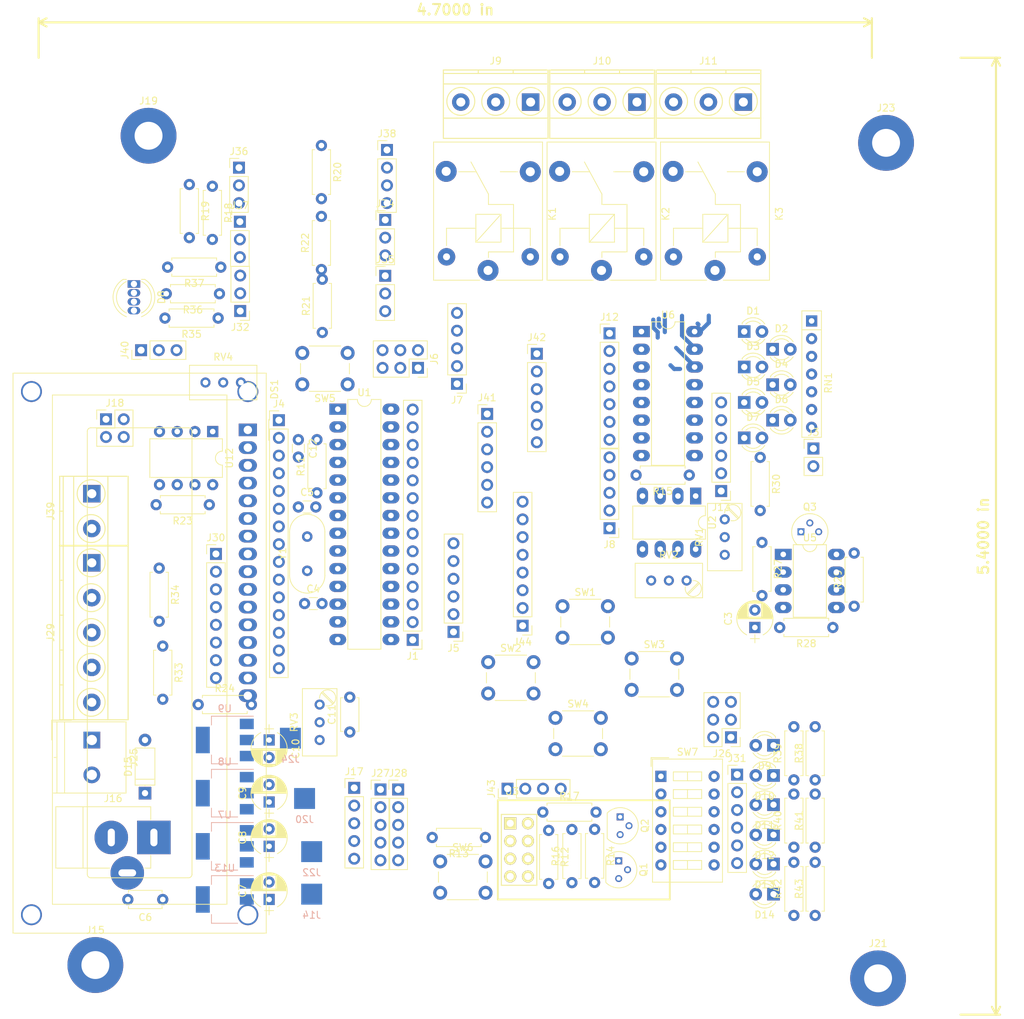
<source format=kicad_pcb>
(kicad_pcb (version 4) (host pcbnew 4.0.7)
  (layers (0 F.Cu signal) (31 B.Cu signal) (34 B.Paste user) (35 F.Paste user) (36 B.SilkS user) (37 F.SilkS user) (38 B.Mask user) (39 F.Mask user) (44 Edge.Cuts user))
  (net 0 "")
  (net 1 /output/O4)
  (net 2 /output/TR)
  (net 3 /XTAL2)
  (net 4 GND)
  (net 5 /XTAL1)
  (net 6 +12V)
  (net 7 +3V3)
  (net 8 +5V)
  (net 9 VDDA)
  (net 10 "Net-(C11-Pad1)")
  (net 11 "Net-(D8-Pad1)")
  (net 12 VCC)
  (net 13 "Net-(D8-Pad3)")
  (net 14 "Net-(D8-Pad4)")
  (net 15 "Net-(D9-Pad1)")
  (net 16 /display/LED1)
  (net 17 "Net-(D10-Pad1)")
  (net 18 /display/LED2)
  (net 19 "Net-(D11-Pad1)")
  (net 20 /display/LED3)
  (net 21 "Net-(D12-Pad1)")
  (net 22 /display/LED4)
  (net 23 "Net-(D13-Pad1)")
  (net 24 /display/LED5)
  (net 25 "Net-(D14-Pad1)")
  (net 26 /display/LED6)
  (net 27 "Net-(DS1-Pad3)")
  (net 28 /12)
  (net 29 /11)
  (net 30 "Net-(DS1-Pad7)")
  (net 31 "Net-(DS1-Pad8)")
  (net 32 "Net-(DS1-Pad9)")
  (net 33 "Net-(DS1-Pad10)")
  (net 34 /5)
  (net 35 /4)
  (net 36 /3)
  (net 37 /2)
  (net 38 "Net-(DS1-Pad15)")
  (net 39 /9)
  (net 40 /10)
  (net 41 /13)
  (net 42 /AREF)
  (net 43 VAA)
  (net 44 /output/SPKR)
  (net 45 /A0)
  (net 46 /A1)
  (net 47 /A2)
  (net 48 /A3)
  (net 49 /A4)
  (net 50 /A5)
  (net 51 /RX)
  (net 52 /TX)
  (net 53 /6)
  (net 54 /7)
  (net 55 /8)
  (net 56 /OUT_COMP)
  (net 57 /IN_COMP)
  (net 58 /REF_COMP)
  (net 59 /IN_AMP)
  (net 60 /OUT_AMP)
  (net 61 /output/NO1)
  (net 62 /output/NC1)
  (net 63 /output/COM1)
  (net 64 /output/NO2)
  (net 65 /output/NC2)
  (net 66 /output/COM2)
  (net 67 /output/NO3)
  (net 68 /output/NC3)
  (net 69 /output/COM3)
  (net 70 /output/REL1)
  (net 71 /output/REL2)
  (net 72 /output/REL3)
  (net 73 /output/BUZZER)
  (net 74 "Net-(J12-Pad5)")
  (net 75 "Net-(J12-Pad6)")
  (net 76 "Net-(J12-Pad7)")
  (net 77 /output/O5)
  (net 78 /output/O6)
  (net 79 /output/O7)
  (net 80 "Net-(J15-Pad1)")
  (net 81 "Net-(J19-Pad1)")
  (net 82 "Net-(J21-Pad1)")
  (net 83 "Net-(J23-Pad1)")
  (net 84 "Net-(J30-Pad7)")
  (net 85 "Net-(J32-Pad1)")
  (net 86 "Net-(J32-Pad2)")
  (net 87 "Net-(J32-Pad3)")
  (net 88 /output/O1)
  (net 89 /output/O2)
  (net 90 /output/O3)
  (net 91 "Net-(Q1-Pad2)")
  (net 92 /URXD)
  (net 93 "Net-(Q2-Pad2)")
  (net 94 "Net-(Q2-Pad3)")
  (net 95 "Net-(Q3-Pad2)")
  (net 96 /RST)
  (net 97 "Net-(R15-Pad1)")
  (net 98 "Net-(R27-Pad2)")
  (net 99 "Net-(R28-Pad1)")
  (net 100 "Net-(RV1-Pad3)")
  (net 101 /DTR)
  (net 102 /CLK)
  (net 103 /RESET)
  (net 104 "Net-(D1-Pad2)")
  (net 105 "Net-(D2-Pad2)")
  (net 106 "Net-(D3-Pad2)")
  (net 107 "Net-(D4-Pad2)")
  (net 108 "Net-(D5-Pad2)")
  (net 109 "Net-(D6-Pad2)")
  (net 110 "Net-(D15-Pad2)")
  (net 111 "Net-(D7-Pad2)")
  (net 112 "Net-(J34-Pad2)")
  (net 113 "Net-(J35-Pad2)")
  (net 114 "Net-(J36-Pad1)")
  (net 115 "Net-(J37-Pad1)")
  (net 116 /ONEWIRE)
  (net 117 /TX485)
  (net 118 /MODE485)
  (net 119 /RX485)
  (net 120 /STATE)
  (net 121 /BTRX)
  (net 122 /BTTX)
  (net 123 /BTEN)
  (net 124 "Net-(J39-Pad1)")
  (net 125 "Net-(J39-Pad2)")
  (net 126 /TX_ESP)
  (net 127 /RX_ESP)
  (net 128 "Net-(U13-Pad2)")
  (net 129 "Net-(U5-Pad5)")
  (net 130 /GPIO2)
  (net 131 /GPIO0)
  (net 132 "Net-(J42-Pad1)")
  (net 133 "Net-(J42-Pad3)")
  (net 134 /STX)
  (net 135 /SRX)
  (net 136 "Net-(J44-Pad1)")
  (net 137 "Net-(J44-Pad5)")
  (net 138 "Net-(J44-Pad7)")
  (net 139 "Net-(RV3-Pad1)")
  (module Capacitors_THT:CP_Radial_D5.0mm_P2.50mm (layer F.Cu) (at 110.236 132.461 90)
    (fp_text reference C3 (at 1.25 -3.81 90) (layer F.SilkS))
    (fp_text value 1uF/16V)
    (pad 1 thru_hole rect (at 0 0 90) (size 1.6 1.6) (drill 0.8) (layers *.Cu *.Mask) (net 2 /output/TR))
    (pad 2 thru_hole circle (at 2.5 0 90) (size 1.6 1.6) (drill 0.8) (layers *.Cu *.Mask) (net 1 /output/O4))
  )
  (module Capacitors_THT:C_Disc_D3.0mm_W1.6mm_P2.50mm (layer F.Cu) (at 45.72 129.032)
    (fp_text reference C4 (at 1.25 -2.11) (layer F.SilkS))
    (fp_text value 22pF)
    (pad 1 thru_hole circle (at 0 0) (size 1.6 1.6) (drill 0.8) (layers *.Cu *.Mask) (net 3 /XTAL2))
    (pad 2 thru_hole circle (at 2.5 0) (size 1.6 1.6) (drill 0.8) (layers *.Cu *.Mask) (net 4 GND))
  )
  (module Capacitors_THT:C_Disc_D3.0mm_W1.6mm_P2.50mm (layer F.Cu) (at 44.831 115.189)
    (fp_text reference C5 (at 1.25 -2.11) (layer F.SilkS))
    (fp_text value 22pF)
    (pad 1 thru_hole circle (at 0 0) (size 1.6 1.6) (drill 0.8) (layers *.Cu *.Mask) (net 5 /XTAL1))
    (pad 2 thru_hole circle (at 2.5 0) (size 1.6 1.6) (drill 0.8) (layers *.Cu *.Mask) (net 4 GND))
  )
  (module Capacitors_THT:C_Disc_D4.7mm_W2.5mm_P5.00mm (layer F.Cu) (at 25.4 171.45 180)
    (fp_text reference C6 (at 2.5 -2.56 180) (layer F.SilkS))
    (fp_text value 100nF)
    (pad 1 thru_hole circle (at 0 0 180) (size 1.6 1.6) (drill 0.8) (layers *.Cu *.Mask) (net 6 +12V))
    (pad 2 thru_hole circle (at 5 0 180) (size 1.6 1.6) (drill 0.8) (layers *.Cu *.Mask) (net 4 GND))
  )
  (module Capacitors_THT:CP_Radial_D5.0mm_P2.50mm (layer F.Cu) (at 40.64 171.45 90)
    (fp_text reference C7 (at 1.25 -3.81 90) (layer F.SilkS))
    (fp_text value 47uF/16V)
    (pad 1 thru_hole rect (at 0 0 90) (size 1.6 1.6) (drill 0.8) (layers *.Cu *.Mask) (net 6 +12V))
    (pad 2 thru_hole circle (at 2.5 0 90) (size 1.6 1.6) (drill 0.8) (layers *.Cu *.Mask) (net 4 GND))
  )
  (module Capacitors_THT:CP_Radial_D5.0mm_P2.50mm (layer F.Cu) (at 40.64 163.83 90)
    (fp_text reference C8 (at 1.25 -3.81 90) (layer F.SilkS))
    (fp_text value 47uF/16V)
    (pad 1 thru_hole rect (at 0 0 90) (size 1.6 1.6) (drill 0.8) (layers *.Cu *.Mask) (net 7 +3V3))
    (pad 2 thru_hole circle (at 2.5 0 90) (size 1.6 1.6) (drill 0.8) (layers *.Cu *.Mask) (net 4 GND))
  )
  (module Capacitors_THT:CP_Radial_D5.0mm_P2.50mm (layer F.Cu) (at 40.64 157.48 90)
    (fp_text reference C9 (at 1.25 -3.81 90) (layer F.SilkS))
    (fp_text value 47uF/16V)
    (pad 1 thru_hole rect (at 0 0 90) (size 1.6 1.6) (drill 0.8) (layers *.Cu *.Mask) (net 8 +5V))
    (pad 2 thru_hole circle (at 2.5 0 90) (size 1.6 1.6) (drill 0.8) (layers *.Cu *.Mask) (net 4 GND))
  )
  (module Capacitors_THT:CP_Radial_D5.0mm_P2.50mm (layer F.Cu) (at 40.64 148.59 270)
    (fp_text reference C10 (at 1.25 -3.81 270) (layer F.SilkS))
    (fp_text value 47uF/16V)
    (pad 1 thru_hole rect (at 0 0 270) (size 1.6 1.6) (drill 0.8) (layers *.Cu *.Mask) (net 9 VDDA))
    (pad 2 thru_hole circle (at 2.5 0 270) (size 1.6 1.6) (drill 0.8) (layers *.Cu *.Mask) (net 4 GND))
  )
  (module Capacitors_THT:C_Disc_D4.7mm_W2.5mm_P5.00mm (layer F.Cu) (at 52.197 147.447 90)
    (fp_text reference C11 (at 2.5 -2.56 90) (layer F.SilkS))
    (fp_text value 100nF)
    (pad 1 thru_hole circle (at 0 0 90) (size 1.6 1.6) (drill 0.8) (layers *.Cu *.Mask) (net 10 "Net-(C11-Pad1)"))
    (pad 2 thru_hole circle (at 5 0 90) (size 1.6 1.6) (drill 0.8) (layers *.Cu *.Mask) (net 4 GND))
  )
  (module LEDs:LED_D3.0mm (layer F.Cu) (at 108.712 90.043)
    (fp_text reference D1 (at 1.27 -2.96) (layer F.SilkS))
    (fp_text value LEDO)
    (pad 1 thru_hole rect (at 0 0) (size 1.8 1.8) (drill 0.9) (layers *.Cu *.Mask) (net 88 /output/O1))
    (pad 2 thru_hole circle (at 2.54 0) (size 1.8 1.8) (drill 0.9) (layers *.Cu *.Mask) (net 104 "Net-(D1-Pad2)"))
  )
  (module LEDs:LED_D3.0mm (layer F.Cu) (at 112.776 92.583)
    (fp_text reference D2 (at 1.27 -2.96) (layer F.SilkS))
    (fp_text value LEDO)
    (pad 1 thru_hole rect (at 0 0) (size 1.8 1.8) (drill 0.9) (layers *.Cu *.Mask) (net 89 /output/O2))
    (pad 2 thru_hole circle (at 2.54 0) (size 1.8 1.8) (drill 0.9) (layers *.Cu *.Mask) (net 105 "Net-(D2-Pad2)"))
  )
  (module LEDs:LED_D3.0mm (layer F.Cu) (at 108.712 95.123)
    (fp_text reference D3 (at 1.27 -2.96) (layer F.SilkS))
    (fp_text value LEDO)
    (pad 1 thru_hole rect (at 0 0) (size 1.8 1.8) (drill 0.9) (layers *.Cu *.Mask) (net 90 /output/O3))
    (pad 2 thru_hole circle (at 2.54 0) (size 1.8 1.8) (drill 0.9) (layers *.Cu *.Mask) (net 106 "Net-(D3-Pad2)"))
  )
  (module LEDs:LED_D3.0mm (layer F.Cu) (at 112.776 97.663)
    (fp_text reference D4 (at 1.27 -2.96) (layer F.SilkS))
    (fp_text value LEDO)
    (pad 1 thru_hole rect (at 0 0) (size 1.8 1.8) (drill 0.9) (layers *.Cu *.Mask) (net 1 /output/O4))
    (pad 2 thru_hole circle (at 2.54 0) (size 1.8 1.8) (drill 0.9) (layers *.Cu *.Mask) (net 107 "Net-(D4-Pad2)"))
  )
  (module LEDs:LED_D3.0mm (layer F.Cu) (at 108.712 100.203)
    (fp_text reference D5 (at 1.27 -2.96) (layer F.SilkS))
    (fp_text value LEDO)
    (pad 1 thru_hole rect (at 0 0) (size 1.8 1.8) (drill 0.9) (layers *.Cu *.Mask) (net 77 /output/O5))
    (pad 2 thru_hole circle (at 2.54 0) (size 1.8 1.8) (drill 0.9) (layers *.Cu *.Mask) (net 108 "Net-(D5-Pad2)"))
  )
  (module LEDs:LED_D3.0mm (layer F.Cu) (at 112.776 102.743)
    (fp_text reference D6 (at 1.27 -2.96) (layer F.SilkS))
    (fp_text value LEDO)
    (pad 1 thru_hole rect (at 0 0) (size 1.8 1.8) (drill 0.9) (layers *.Cu *.Mask) (net 78 /output/O6))
    (pad 2 thru_hole circle (at 2.54 0) (size 1.8 1.8) (drill 0.9) (layers *.Cu *.Mask) (net 109 "Net-(D6-Pad2)"))
  )
  (module LEDs:LED_D3.0mm (layer F.Cu) (at 108.712 105.283)
    (fp_text reference D7 (at 1.27 -2.96) (layer F.SilkS))
    (fp_text value LEDO)
    (pad 1 thru_hole rect (at 0 0) (size 1.8 1.8) (drill 0.9) (layers *.Cu *.Mask) (net 79 /output/O7))
    (pad 2 thru_hole circle (at 2.54 0) (size 1.8 1.8) (drill 0.9) (layers *.Cu *.Mask) (net 111 "Net-(D7-Pad2)"))
  )
  (module LEDs:LED_D5.0mm-4 (layer F.Cu) (at 21.2725 83.2231 270)
    (fp_text reference D8 (at 1.905 -3.96 270) (layer F.SilkS))
    (fp_text value LED_RAGB)
    (pad 1 thru_hole rect (at 0 0 270) (size 1.07 1.8) (drill 0.9) (layers *.Cu *.Mask) (net 11 "Net-(D8-Pad1)"))
    (pad 2 thru_hole oval (at 1.27 0 270) (size 1.07 1.8) (drill 0.9) (layers *.Cu *.Mask) (net 12 VCC))
    (pad 3 thru_hole oval (at 2.54 0 270) (size 1.07 1.8) (drill 0.9) (layers *.Cu *.Mask) (net 13 "Net-(D8-Pad3)"))
    (pad 4 thru_hole oval (at 3.81 0 270) (size 1.07 1.8) (drill 0.9) (layers *.Cu *.Mask) (net 14 "Net-(D8-Pad4)"))
  )
  (module LEDs:LED_D3.0mm (layer F.Cu) (at 112.903 149.352 180)
    (fp_text reference D9 (at 1.27 -2.96 180) (layer F.SilkS))
    (fp_text value LED)
    (pad 1 thru_hole rect (at 0 0 180) (size 1.8 1.8) (drill 0.9) (layers *.Cu *.Mask) (net 15 "Net-(D9-Pad1)"))
    (pad 2 thru_hole circle (at 2.54 0 180) (size 1.8 1.8) (drill 0.9) (layers *.Cu *.Mask) (net 16 /display/LED1))
  )
  (module LEDs:LED_D3.0mm (layer F.Cu) (at 112.903 153.67 180)
    (fp_text reference D10 (at 1.27 -2.96 180) (layer F.SilkS))
    (fp_text value LED)
    (pad 1 thru_hole rect (at 0 0 180) (size 1.8 1.8) (drill 0.9) (layers *.Cu *.Mask) (net 17 "Net-(D10-Pad1)"))
    (pad 2 thru_hole circle (at 2.54 0 180) (size 1.8 1.8) (drill 0.9) (layers *.Cu *.Mask) (net 18 /display/LED2))
  )
  (module LEDs:LED_D3.0mm (layer F.Cu) (at 112.903 157.861 180)
    (fp_text reference D11 (at 1.27 -2.96 180) (layer F.SilkS))
    (fp_text value LED)
    (pad 1 thru_hole rect (at 0 0 180) (size 1.8 1.8) (drill 0.9) (layers *.Cu *.Mask) (net 19 "Net-(D11-Pad1)"))
    (pad 2 thru_hole circle (at 2.54 0 180) (size 1.8 1.8) (drill 0.9) (layers *.Cu *.Mask) (net 20 /display/LED3))
  )
  (module LEDs:LED_D3.0mm (layer F.Cu) (at 112.903 162.179 180)
    (fp_text reference D12 (at 1.27 -2.96 180) (layer F.SilkS))
    (fp_text value LED)
    (pad 1 thru_hole rect (at 0 0 180) (size 1.8 1.8) (drill 0.9) (layers *.Cu *.Mask) (net 21 "Net-(D12-Pad1)"))
    (pad 2 thru_hole circle (at 2.54 0 180) (size 1.8 1.8) (drill 0.9) (layers *.Cu *.Mask) (net 22 /display/LED4))
  )
  (module LEDs:LED_D3.0mm (layer F.Cu) (at 112.903 166.37 180)
    (fp_text reference D13 (at 1.27 -2.96 180) (layer F.SilkS))
    (fp_text value LED)
    (pad 1 thru_hole rect (at 0 0 180) (size 1.8 1.8) (drill 0.9) (layers *.Cu *.Mask) (net 23 "Net-(D13-Pad1)"))
    (pad 2 thru_hole circle (at 2.54 0 180) (size 1.8 1.8) (drill 0.9) (layers *.Cu *.Mask) (net 24 /display/LED5))
  )
  (module LEDs:LED_D3.0mm (layer F.Cu) (at 112.903 170.688 180)
    (fp_text reference D14 (at 1.27 -2.96 180) (layer F.SilkS))
    (fp_text value LED)
    (pad 1 thru_hole rect (at 0 0 180) (size 1.8 1.8) (drill 0.9) (layers *.Cu *.Mask) (net 25 "Net-(D14-Pad1)"))
    (pad 2 thru_hole circle (at 2.54 0 180) (size 1.8 1.8) (drill 0.9) (layers *.Cu *.Mask) (net 26 /display/LED6))
  )
  (module Displays:WC1602A (layer F.Cu) (at 37.592 104.14 270)
    (fp_text reference DS1 (at -5.82 -3.81 270) (layer F.SilkS))
    (fp_text value WC1602A)
    (pad 1 thru_hole rect (at 0 0 270) (size 1.8 2.6) (drill 1.2) (layers *.Cu *.Mask) (net 4 GND))
    (pad 2 thru_hole oval (at 2.54 0 270) (size 1.8 2.6) (drill 1.2) (layers *.Cu *.Mask) (net 8 +5V))
    (pad 3 thru_hole oval (at 5.08 0 270) (size 1.8 2.6) (drill 1.2) (layers *.Cu *.Mask) (net 27 "Net-(DS1-Pad3)"))
    (pad 4 thru_hole oval (at 7.62 0 270) (size 1.8 2.6) (drill 1.2) (layers *.Cu *.Mask) (net 36 /3))
    (pad 5 thru_hole oval (at 10.16 0 270) (size 1.8 2.6) (drill 1.2) (layers *.Cu *.Mask) (net 4 GND))
    (pad 6 thru_hole oval (at 12.7 0 270) (size 1.8 2.6) (drill 1.2) (layers *.Cu *.Mask) (net 35 /4))
    (pad 7 thru_hole oval (at 15.24 0 270) (size 1.8 2.6) (drill 1.2) (layers *.Cu *.Mask) (net 30 "Net-(DS1-Pad7)"))
    (pad 8 thru_hole oval (at 17.78 0 270) (size 1.8 2.6) (drill 1.2) (layers *.Cu *.Mask) (net 31 "Net-(DS1-Pad8)"))
    (pad 9 thru_hole oval (at 20.32 0 270) (size 1.8 2.6) (drill 1.2) (layers *.Cu *.Mask) (net 32 "Net-(DS1-Pad9)"))
    (pad 10 thru_hole oval (at 22.86 0 270) (size 1.8 2.6) (drill 1.2) (layers *.Cu *.Mask) (net 33 "Net-(DS1-Pad10)"))
    (pad 11 thru_hole oval (at 25.4 0 270) (size 1.8 2.6) (drill 1.2) (layers *.Cu *.Mask) (net 34 /5))
    (pad 12 thru_hole oval (at 27.94 0 270) (size 1.8 2.6) (drill 1.2) (layers *.Cu *.Mask) (net 53 /6))
    (pad 13 thru_hole oval (at 30.48 0 270) (size 1.8 2.6) (drill 1.2) (layers *.Cu *.Mask) (net 54 /7))
    (pad 14 thru_hole oval (at 33.02 0 270) (size 1.8 2.6) (drill 1.2) (layers *.Cu *.Mask) (net 55 /8))
    (pad 15 thru_hole oval (at 35.56 0 270) (size 1.8 2.6) (drill 1.2) (layers *.Cu *.Mask) (net 38 "Net-(DS1-Pad15)"))
    (pad 16 thru_hole oval (at 38.1 0 270) (size 1.8 2.6) (drill 1.2) (layers *.Cu *.Mask) (net 4 GND))
    (pad "" thru_hole circle (at -5.4991 0 270) (size 3 3) (drill 2.5) (layers *.Cu *.Mask))
    (pad "" thru_hole circle (at -5.4991 31.0007 270) (size 3 3) (drill 2.5) (layers *.Cu *.Mask))
    (pad "" thru_hole circle (at 69.49948 31.0007 270) (size 3 3) (drill 2.5) (layers *.Cu *.Mask))
    (pad "" thru_hole circle (at 69.5 0 270) (size 3 3) (drill 2.5) (layers *.Cu *.Mask))
  )
  (module Socket_Strips:Socket_Strip_Straight_2x03_Pitch2.54mm (layer F.Cu) (at 61.976 95.25 270)
    (fp_text reference J6 (at -1.27 -2.33 270) (layer F.SilkS))
    (fp_text value ICSP)
    (pad 1 thru_hole rect (at 0 0 270) (size 1.7 1.7) (drill 1) (layers *.Cu *.Mask) (net 28 /12))
    (pad 2 thru_hole oval (at -2.54 0 270) (size 1.7 1.7) (drill 1) (layers *.Cu *.Mask) (net 8 +5V))
    (pad 3 thru_hole oval (at 0 2.54 270) (size 1.7 1.7) (drill 1) (layers *.Cu *.Mask) (net 41 /13))
    (pad 4 thru_hole oval (at -2.54 2.54 270) (size 1.7 1.7) (drill 1) (layers *.Cu *.Mask) (net 29 /11))
    (pad 5 thru_hole oval (at 0 5.08 270) (size 1.7 1.7) (drill 1) (layers *.Cu *.Mask) (net 103 /RESET))
    (pad 6 thru_hole oval (at -2.54 5.08 270) (size 1.7 1.7) (drill 1) (layers *.Cu *.Mask) (net 4 GND))
  )
  (module Socket_Strips:Socket_Strip_Straight_1x05_Pitch2.54mm (layer F.Cu) (at 67.564 97.536 180)
    (fp_text reference J7 (at 0 -2.33 180) (layer F.SilkS))
    (fp_text value I2C)
    (pad 1 thru_hole rect (at 0 0 180) (size 1.7 1.7) (drill 1) (layers *.Cu *.Mask) (net 8 +5V))
    (pad 2 thru_hole oval (at 0 2.54 180) (size 1.7 1.7) (drill 1) (layers *.Cu *.Mask) (net 7 +3V3))
    (pad 3 thru_hole oval (at 0 5.08 180) (size 1.7 1.7) (drill 1) (layers *.Cu *.Mask) (net 49 /A4))
    (pad 4 thru_hole oval (at 0 7.62 180) (size 1.7 1.7) (drill 1) (layers *.Cu *.Mask) (net 50 /A5))
    (pad 5 thru_hole oval (at 0 10.16 180) (size 1.7 1.7) (drill 1) (layers *.Cu *.Mask) (net 4 GND))
  )
  (module Socket_Strips:Socket_Strip_Straight_1x05_Pitch2.54mm (layer F.Cu) (at 89.408 118.237 180)
    (fp_text reference J8 (at 0 -2.33 180) (layer F.SilkS))
    (fp_text value OPAMP)
    (pad 1 thru_hole rect (at 0 0 180) (size 1.7 1.7) (drill 1) (layers *.Cu *.Mask) (net 56 /OUT_COMP))
    (pad 2 thru_hole oval (at 0 2.54 180) (size 1.7 1.7) (drill 1) (layers *.Cu *.Mask) (net 57 /IN_COMP))
    (pad 3 thru_hole oval (at 0 5.08 180) (size 1.7 1.7) (drill 1) (layers *.Cu *.Mask) (net 58 /REF_COMP))
    (pad 4 thru_hole oval (at 0 7.62 180) (size 1.7 1.7) (drill 1) (layers *.Cu *.Mask) (net 59 /IN_AMP))
    (pad 5 thru_hole oval (at 0 10.16 180) (size 1.7 1.7) (drill 1) (layers *.Cu *.Mask) (net 60 /OUT_AMP))
  )
  (module TerminalBlock_Phoenix:TerminalBlock_Phoenix_MKDS1.5-3pol (layer F.Cu) (at 78.105 57.15 180)
    (fp_text reference J9 (at 5 5.9 180) (layer F.SilkS))
    (fp_text value REL1)
    (pad 3 thru_hole circle (at 10 0 180) (size 2.5 2.5) (drill 1.3) (layers *.Cu *.Mask) (net 61 /output/NO1))
    (pad 1 thru_hole rect (at 0 0 180) (size 2.5 2.5) (drill 1.3) (layers *.Cu *.Mask) (net 62 /output/NC1))
    (pad 2 thru_hole circle (at 5 0 180) (size 2.5 2.5) (drill 1.3) (layers *.Cu *.Mask) (net 63 /output/COM1))
  )
  (module TerminalBlock_Phoenix:TerminalBlock_Phoenix_MKDS1.5-3pol (layer F.Cu) (at 93.345 57.15 180)
    (fp_text reference J10 (at 5 5.9 180) (layer F.SilkS))
    (fp_text value REL2)
    (pad 3 thru_hole circle (at 10 0 180) (size 2.5 2.5) (drill 1.3) (layers *.Cu *.Mask) (net 64 /output/NO2))
    (pad 1 thru_hole rect (at 0 0 180) (size 2.5 2.5) (drill 1.3) (layers *.Cu *.Mask) (net 65 /output/NC2))
    (pad 2 thru_hole circle (at 5 0 180) (size 2.5 2.5) (drill 1.3) (layers *.Cu *.Mask) (net 66 /output/COM2))
  )
  (module TerminalBlock_Phoenix:TerminalBlock_Phoenix_MKDS1.5-3pol (layer F.Cu) (at 108.585 57.15 180)
    (fp_text reference J11 (at 5 5.9 180) (layer F.SilkS))
    (fp_text value REL1)
    (pad 3 thru_hole circle (at 10 0 180) (size 2.5 2.5) (drill 1.3) (layers *.Cu *.Mask) (net 67 /output/NO3))
    (pad 1 thru_hole rect (at 0 0 180) (size 2.5 2.5) (drill 1.3) (layers *.Cu *.Mask) (net 68 /output/NC3))
    (pad 2 thru_hole circle (at 5 0 180) (size 2.5 2.5) (drill 1.3) (layers *.Cu *.Mask) (net 69 /output/COM3))
  )
  (module Socket_Strips:Socket_Strip_Straight_1x07_Pitch2.54mm (layer F.Cu) (at 89.408 90.297)
    (fp_text reference J12 (at 0 -2.33) (layer F.SilkS))
    (fp_text value DARL_IN)
    (pad 1 thru_hole rect (at 0 0) (size 1.7 1.7) (drill 1) (layers *.Cu *.Mask) (net 70 /output/REL1))
    (pad 2 thru_hole oval (at 0 2.54) (size 1.7 1.7) (drill 1) (layers *.Cu *.Mask) (net 71 /output/REL2))
    (pad 3 thru_hole oval (at 0 5.08) (size 1.7 1.7) (drill 1) (layers *.Cu *.Mask) (net 72 /output/REL3))
    (pad 4 thru_hole oval (at 0 7.62) (size 1.7 1.7) (drill 1) (layers *.Cu *.Mask) (net 73 /output/BUZZER))
    (pad 5 thru_hole oval (at 0 10.16) (size 1.7 1.7) (drill 1) (layers *.Cu *.Mask) (net 74 "Net-(J12-Pad5)"))
    (pad 6 thru_hole oval (at 0 12.7) (size 1.7 1.7) (drill 1) (layers *.Cu *.Mask) (net 75 "Net-(J12-Pad6)"))
    (pad 7 thru_hole oval (at 0 15.24) (size 1.7 1.7) (drill 1) (layers *.Cu *.Mask) (net 76 "Net-(J12-Pad7)"))
  )
  (module Socket_Strips:Socket_Strip_Straight_1x06_Pitch2.54mm (layer F.Cu) (at 105.41 112.903 180)
    (fp_text reference J13 (at 0 -2.33 180) (layer F.SilkS))
    (fp_text value DARL_OUT)
    (pad 1 thru_hole rect (at 0 0 180) (size 1.7 1.7) (drill 1) (layers *.Cu *.Mask) (net 6 +12V))
    (pad 2 thru_hole oval (at 0 2.54 180) (size 1.7 1.7) (drill 1) (layers *.Cu *.Mask) (net 6 +12V))
    (pad 3 thru_hole oval (at 0 5.08 180) (size 1.7 1.7) (drill 1) (layers *.Cu *.Mask) (net 6 +12V))
    (pad 4 thru_hole oval (at 0 7.62 180) (size 1.7 1.7) (drill 1) (layers *.Cu *.Mask) (net 79 /output/O7))
    (pad 5 thru_hole oval (at 0 10.16 180) (size 1.7 1.7) (drill 1) (layers *.Cu *.Mask) (net 78 /output/O6))
    (pad 6 thru_hole oval (at 0 12.7 180) (size 1.7 1.7) (drill 1) (layers *.Cu *.Mask) (net 77 /output/O5))
  )
  (module Measurement_Points:Measurement_Point_Square-SMD-Pad_Big (layer B.Cu) (at 46.736 170.688)
    (fp_text reference J14 (at 0 3) (layer B.SilkS) (effects (justify mirror)))
    (fp_text value 12V)
    (pad 1 smd rect (at 0 0) (size 3 3) (layers B.Cu B.Mask) (net 6 +12V))
  )
  (module Mounting_Holes:MountingHole_4mm_Pad (layer F.Cu) (at 15.748 180.848)
    (fp_text reference J15 (at 0 -5) (layer F.SilkS))
    (fp_text value MH)
    (pad 1 thru_hole circle (at 0 0) (size 8 8) (drill 4) (layers *.Cu *.Mask) (net 80 "Net-(J15-Pad1)"))
  )
  (module Connectors:JACK_ALIM (layer F.Cu) (at 24.13 162.56)
    (fp_text reference J16 (at -5.84 -5.59) (layer F.SilkS))
    (fp_text value DC-INPUT)
    (pad 2 thru_hole circle (at -6.1 0) (size 4.8 4.8) (drill oval 1.02 2.54) (layers *.Cu *.Mask) (net 4 GND))
    (pad 1 thru_hole rect (at 0 0) (size 4.8 4.8) (drill oval 1.02 2.54) (layers *.Cu *.Mask) (net 6 +12V))
    (pad 3 thru_hole circle (at -3.81 5.08) (size 4.8 4.8) (drill oval 2.54 1.02) (layers *.Cu *.Mask) (net 4 GND))
  )
  (module Socket_Strips:Socket_Strip_Straight_1x05_Pitch2.54mm (layer F.Cu) (at 52.832 155.448)
    (fp_text reference J17 (at 0 -2.33) (layer F.SilkS))
    (fp_text value SUPPLY_SOCKET)
    (pad 1 thru_hole rect (at 0 0) (size 1.7 1.7) (drill 1) (layers *.Cu *.Mask) (net 9 VDDA))
    (pad 2 thru_hole oval (at 0 2.54) (size 1.7 1.7) (drill 1) (layers *.Cu *.Mask) (net 8 +5V))
    (pad 3 thru_hole oval (at 0 5.08) (size 1.7 1.7) (drill 1) (layers *.Cu *.Mask) (net 7 +3V3))
    (pad 4 thru_hole oval (at 0 7.62) (size 1.7 1.7) (drill 1) (layers *.Cu *.Mask) (net 6 +12V))
    (pad 5 thru_hole oval (at 0 10.16) (size 1.7 1.7) (drill 1) (layers *.Cu *.Mask) (net 4 GND))
  )
  (module Mounting_Holes:MountingHole_4mm_Pad (layer F.Cu) (at 23.368 61.976)
    (fp_text reference J19 (at 0 -5) (layer F.SilkS))
    (fp_text value MH)
    (pad 1 thru_hole circle (at 0 0) (size 8 8) (drill 4) (layers *.Cu *.Mask) (net 81 "Net-(J19-Pad1)"))
  )
  (module Measurement_Points:Measurement_Point_Square-SMD-Pad_Big (layer B.Cu) (at 45.72 156.972)
    (fp_text reference J20 (at 0 3) (layer B.SilkS) (effects (justify mirror)))
    (fp_text value 5V)
    (pad 1 smd rect (at 0 0) (size 3 3) (layers B.Cu B.Mask) (net 8 +5V))
  )
  (module Mounting_Holes:MountingHole_4mm_Pad (layer F.Cu) (at 127.889 182.753)
    (fp_text reference J21 (at 0 -5) (layer F.SilkS))
    (fp_text value MH)
    (pad 1 thru_hole circle (at 0 0) (size 8 8) (drill 4) (layers *.Cu *.Mask) (net 82 "Net-(J21-Pad1)"))
  )
  (module Measurement_Points:Measurement_Point_Square-SMD-Pad_Big (layer B.Cu) (at 46.736 164.592)
    (fp_text reference J22 (at 0 3) (layer B.SilkS) (effects (justify mirror)))
    (fp_text value 3V3)
    (pad 1 smd rect (at 0 0) (size 3 3) (layers B.Cu B.Mask) (net 7 +3V3))
  )
  (module Mounting_Holes:MountingHole_4mm_Pad (layer F.Cu) (at 129.032 62.992)
    (fp_text reference J23 (at 0 -5) (layer F.SilkS))
    (fp_text value MH)
    (pad 1 thru_hole circle (at 0 0) (size 8 8) (drill 4) (layers *.Cu *.Mask) (net 83 "Net-(J23-Pad1)"))
  )
  (module Measurement_Points:Measurement_Point_Square-SMD-Pad_Big (layer B.Cu) (at 43.688 148.336)
    (fp_text reference J24 (at 0 3) (layer B.SilkS) (effects (justify mirror)))
    (fp_text value ADJ)
    (pad 1 smd rect (at 0 0) (size 3 3) (layers B.Cu B.Mask) (net 9 VDDA))
  )
  (module TerminalBlock_Philmore:TerminalBlock_Philmore_TB132_02x5mm_Straight (layer F.Cu) (at 15.24 148.59 270)
    (fp_text reference J25 (at 2.5 -6 270) (layer F.SilkS))
    (fp_text value BAT)
    (pad 1 thru_hole rect (at 0 0 270) (size 2.4 2.4) (drill 1.47) (layers *.Cu *.Mask) (net 4 GND))
    (pad 2 thru_hole circle (at 5 0 270) (size 2.4 2.4) (drill 1.47) (layers *.Cu *.Mask) (net 110 "Net-(D15-Pad2)"))
  )
  (module Pin_Headers:Pin_Header_Straight_1x05_Pitch2.54mm (layer F.Cu) (at 56.5912 155.6766)
    (fp_text reference J27 (at 0 -2.33) (layer F.SilkS))
    (fp_text value SUPPLY_PIN)
    (pad 1 thru_hole rect (at 0 0) (size 1.7 1.7) (drill 1) (layers *.Cu *.Mask) (net 9 VDDA))
    (pad 2 thru_hole oval (at 0 2.54) (size 1.7 1.7) (drill 1) (layers *.Cu *.Mask) (net 8 +5V))
    (pad 3 thru_hole oval (at 0 5.08) (size 1.7 1.7) (drill 1) (layers *.Cu *.Mask) (net 7 +3V3))
    (pad 4 thru_hole oval (at 0 7.62) (size 1.7 1.7) (drill 1) (layers *.Cu *.Mask) (net 6 +12V))
    (pad 5 thru_hole oval (at 0 10.16) (size 1.7 1.7) (drill 1) (layers *.Cu *.Mask) (net 4 GND))
  )
  (module TerminalBlock_Phoenix:TerminalBlock_Phoenix_MKDS1.5-5pol (layer F.Cu) (at 15.24 123.19 270)
    (fp_text reference J29 (at 10 5.9 270) (layer F.SilkS))
    (fp_text value SUPPLY_TB)
    (pad 5 thru_hole circle (at 20 0 270) (size 2.5 2.5) (drill 1.3) (layers *.Cu *.Mask) (net 4 GND))
    (pad 4 thru_hole circle (at 15 0 270) (size 2.5 2.5) (drill 1.3) (layers *.Cu *.Mask) (net 6 +12V))
    (pad 3 thru_hole circle (at 10 0 270) (size 2.5 2.5) (drill 1.3) (layers *.Cu *.Mask) (net 7 +3V3))
    (pad 1 thru_hole rect (at 0 0 270) (size 2.5 2.5) (drill 1.3) (layers *.Cu *.Mask) (net 9 VDDA))
    (pad 2 thru_hole circle (at 5 0 270) (size 2.5 2.5) (drill 1.3) (layers *.Cu *.Mask) (net 8 +5V))
  )
  (module Socket_Strips:Socket_Strip_Straight_1x08_Pitch2.54mm (layer F.Cu) (at 33.02 121.92)
    (fp_text reference J30 (at 0 -2.33) (layer F.SilkS))
    (fp_text value NOKIA5110)
    (pad 1 thru_hole rect (at 0 0) (size 1.7 1.7) (drill 1) (layers *.Cu *.Mask) (net 36 /3))
    (pad 2 thru_hole oval (at 0 2.54) (size 1.7 1.7) (drill 1) (layers *.Cu *.Mask) (net 35 /4))
    (pad 3 thru_hole oval (at 0 5.08) (size 1.7 1.7) (drill 1) (layers *.Cu *.Mask) (net 34 /5))
    (pad 4 thru_hole oval (at 0 7.62) (size 1.7 1.7) (drill 1) (layers *.Cu *.Mask) (net 53 /6))
    (pad 5 thru_hole oval (at 0 10.16) (size 1.7 1.7) (drill 1) (layers *.Cu *.Mask) (net 54 /7))
    (pad 6 thru_hole oval (at 0 12.7) (size 1.7 1.7) (drill 1) (layers *.Cu *.Mask) (net 7 +3V3))
    (pad 7 thru_hole oval (at 0 15.24) (size 1.7 1.7) (drill 1) (layers *.Cu *.Mask) (net 84 "Net-(J30-Pad7)"))
    (pad 8 thru_hole oval (at 0 17.78) (size 1.7 1.7) (drill 1) (layers *.Cu *.Mask) (net 4 GND))
  )
  (module Socket_Strips:Socket_Strip_Straight_1x06_Pitch2.54mm (layer F.Cu) (at 107.696 153.543)
    (fp_text reference J31 (at 0 -2.33) (layer F.SilkS))
    (fp_text value DIGITAL_INPUT)
    (pad 1 thru_hole rect (at 0 0) (size 1.7 1.7) (drill 1) (layers *.Cu *.Mask) (net 16 /display/LED1))
    (pad 2 thru_hole oval (at 0 2.54) (size 1.7 1.7) (drill 1) (layers *.Cu *.Mask) (net 18 /display/LED2))
    (pad 3 thru_hole oval (at 0 5.08) (size 1.7 1.7) (drill 1) (layers *.Cu *.Mask) (net 20 /display/LED3))
    (pad 4 thru_hole oval (at 0 7.62) (size 1.7 1.7) (drill 1) (layers *.Cu *.Mask) (net 22 /display/LED4))
    (pad 5 thru_hole oval (at 0 10.16) (size 1.7 1.7) (drill 1) (layers *.Cu *.Mask) (net 24 /display/LED5))
    (pad 6 thru_hole oval (at 0 12.7) (size 1.7 1.7) (drill 1) (layers *.Cu *.Mask) (net 26 /display/LED6))
  )
  (module Socket_Strips:Socket_Strip_Straight_1x03_Pitch2.54mm (layer F.Cu) (at 36.4998 87.0966 180)
    (fp_text reference J32 (at 0 -2.33 180) (layer F.SilkS))
    (fp_text value RGB)
    (pad 1 thru_hole rect (at 0 0 180) (size 1.7 1.7) (drill 1) (layers *.Cu *.Mask) (net 85 "Net-(J32-Pad1)"))
    (pad 2 thru_hole oval (at 0 2.54 180) (size 1.7 1.7) (drill 1) (layers *.Cu *.Mask) (net 86 "Net-(J32-Pad2)"))
    (pad 3 thru_hole oval (at 0 5.08 180) (size 1.7 1.7) (drill 1) (layers *.Cu *.Mask) (net 87 "Net-(J32-Pad3)"))
  )
  (module Relays_THT:Relay_SPDT_SANYOU_SRD_Series_Form_C (layer F.Cu) (at 72.009 81.28 90)
    (fp_text reference K1 (at 8.1 9.2 90) (layer F.SilkS))
    (fp_text value SANYOU_SRD_Form_C)
    (pad 2 thru_hole circle (at 1.95 6.05 180) (size 2.5 2.5) (drill 1) (layers *.Cu *.Mask) (net 88 /output/O1))
    (pad 3 thru_hole circle (at 14.15 6.05 180) (size 3 3) (drill 1.3) (layers *.Cu *.Mask) (net 62 /output/NC1))
    (pad 4 thru_hole circle (at 14.2 -6 180) (size 3 3) (drill 1.3) (layers *.Cu *.Mask) (net 61 /output/NO1))
    (pad 5 thru_hole circle (at 1.95 -5.95 180) (size 2.5 2.5) (drill 1) (layers *.Cu *.Mask) (net 6 +12V))
    (pad 1 thru_hole circle (at 0 0 180) (size 3 3) (drill 1.3) (layers *.Cu *.Mask) (net 63 /output/COM1))
  )
  (module Relays_THT:Relay_SPDT_SANYOU_SRD_Series_Form_C (layer F.Cu) (at 88.265 81.28 90)
    (fp_text reference K2 (at 8.1 9.2 90) (layer F.SilkS))
    (fp_text value SANYOU_SRD_Form_C)
    (pad 2 thru_hole circle (at 1.95 6.05 180) (size 2.5 2.5) (drill 1) (layers *.Cu *.Mask) (net 89 /output/O2))
    (pad 3 thru_hole circle (at 14.15 6.05 180) (size 3 3) (drill 1.3) (layers *.Cu *.Mask) (net 65 /output/NC2))
    (pad 4 thru_hole circle (at 14.2 -6 180) (size 3 3) (drill 1.3) (layers *.Cu *.Mask) (net 64 /output/NO2))
    (pad 5 thru_hole circle (at 1.95 -5.95 180) (size 2.5 2.5) (drill 1) (layers *.Cu *.Mask) (net 6 +12V))
    (pad 1 thru_hole circle (at 0 0 180) (size 3 3) (drill 1.3) (layers *.Cu *.Mask) (net 66 /output/COM2))
  )
  (module Relays_THT:Relay_SPDT_SANYOU_SRD_Series_Form_C (layer F.Cu) (at 104.521 81.28 90)
    (fp_text reference K3 (at 8.1 9.2 90) (layer F.SilkS))
    (fp_text value SANYOU_SRD_Form_C)
    (pad 2 thru_hole circle (at 1.95 6.05 180) (size 2.5 2.5) (drill 1) (layers *.Cu *.Mask) (net 90 /output/O3))
    (pad 3 thru_hole circle (at 14.15 6.05 180) (size 3 3) (drill 1.3) (layers *.Cu *.Mask) (net 68 /output/NC3))
    (pad 4 thru_hole circle (at 14.2 -6 180) (size 3 3) (drill 1.3) (layers *.Cu *.Mask) (net 67 /output/NO3))
    (pad 5 thru_hole circle (at 1.95 -5.95 180) (size 2.5 2.5) (drill 1) (layers *.Cu *.Mask) (net 6 +12V))
    (pad 1 thru_hole circle (at 0 0 180) (size 3 3) (drill 1.3) (layers *.Cu *.Mask) (net 69 /output/COM3))
  )
  (module TO_SOT_Packages_THT:TO-92_Molded_Narrow (layer F.Cu) (at 90.7288 165.9128 270)
    (fp_text reference Q1 (at 1.27 -3.56 270) (layer F.SilkS))
    (fp_text value 2N3904)
    (pad 2 thru_hole circle (at 1.27 -1.27) (size 1 1) (drill 0.6) (layers *.Cu *.Mask) (net 91 "Net-(Q1-Pad2)"))
    (pad 3 thru_hole circle (at 2.54 0) (size 1 1) (drill 0.6) (layers *.Cu *.Mask) (net 92 /URXD))
    (pad 1 thru_hole rect (at 0 0) (size 1 1) (drill 0.6) (layers *.Cu *.Mask) (net 4 GND))
  )
  (module TO_SOT_Packages_THT:TO-92_Molded_Narrow (layer F.Cu) (at 90.932 159.6136 270)
    (fp_text reference Q2 (at 1.27 -3.56 270) (layer F.SilkS))
    (fp_text value 2N3904)
    (pad 2 thru_hole circle (at 1.27 -1.27) (size 1 1) (drill 0.6) (layers *.Cu *.Mask) (net 93 "Net-(Q2-Pad2)"))
    (pad 3 thru_hole circle (at 2.54 0) (size 1 1) (drill 0.6) (layers *.Cu *.Mask) (net 94 "Net-(Q2-Pad3)"))
    (pad 1 thru_hole rect (at 0 0) (size 1 1) (drill 0.6) (layers *.Cu *.Mask) (net 4 GND))
  )
  (module TO_SOT_Packages_THT:TO-92_Molded_Narrow (layer F.Cu) (at 116.84 118.745)
    (fp_text reference Q3 (at 1.27 -3.56) (layer F.SilkS))
    (fp_text value 2N3904)
    (pad 2 thru_hole circle (at 1.27 -1.27 90) (size 1 1) (drill 0.6) (layers *.Cu *.Mask) (net 95 "Net-(Q3-Pad2)"))
    (pad 3 thru_hole circle (at 2.54 0 90) (size 1 1) (drill 0.6) (layers *.Cu *.Mask) (net 44 /output/SPKR))
    (pad 1 thru_hole rect (at 0 0 90) (size 1 1) (drill 0.6) (layers *.Cu *.Mask) (net 1 /output/O4))
  )
  (module Resistors_THT:R_Axial_DIN0207_L6.3mm_D2.5mm_P7.62mm_Horizontal (layer F.Cu) (at 47.498 113.157 90)
    (fp_text reference R11 (at 3.81 -2.31 90) (layer F.SilkS))
    (fp_text value 10KΩ)
    (pad 1 thru_hole circle (at 0 0 90) (size 1.6 1.6) (drill 0.8) (layers *.Cu *.Mask) (net 12 VCC))
    (pad 2 thru_hole oval (at 7.62 0 90) (size 1.6 1.6) (drill 0.8) (layers *.Cu *.Mask) (net 103 /RESET))
  )
  (module Resistors_THT:R_Axial_DIN0207_L6.3mm_D2.5mm_P7.62mm_Horizontal (layer F.Cu) (at 80.6958 161.544 270)
    (fp_text reference R12 (at 3.81 -2.31 270) (layer F.SilkS))
    (fp_text value 10KΩ)
    (pad 1 thru_hole circle (at 0 0 270) (size 1.6 1.6) (drill 0.8) (layers *.Cu *.Mask) (net 7 +3V3))
    (pad 2 thru_hole oval (at 7.62 0 270) (size 1.6 1.6) (drill 0.8) (layers *.Cu *.Mask) (net 92 /URXD))
  )
  (module Resistors_THT:R_Axial_DIN0207_L6.3mm_D2.5mm_P7.62mm_Horizontal (layer F.Cu) (at 71.628 162.56 180)
    (fp_text reference R13 (at 3.81 -2.31 180) (layer F.SilkS))
    (fp_text value 10KΩ)
    (pad 1 thru_hole circle (at 0 0 180) (size 1.6 1.6) (drill 0.8) (layers *.Cu *.Mask) (net 7 +3V3))
    (pad 2 thru_hole oval (at 7.62 0 180) (size 1.6 1.6) (drill 0.8) (layers *.Cu *.Mask) (net 96 /RST))
  )
  (module Resistors_THT:R_Axial_DIN0207_L6.3mm_D2.5mm_P7.62mm_Horizontal (layer F.Cu) (at 87.2744 161.3916 270)
    (fp_text reference R14 (at 3.81 -2.31 270) (layer F.SilkS))
    (fp_text value 10KΩ)
    (pad 1 thru_hole circle (at 0 0 270) (size 1.6 1.6) (drill 0.8) (layers *.Cu *.Mask) (net 7 +3V3))
    (pad 2 thru_hole oval (at 7.62 0 270) (size 1.6 1.6) (drill 0.8) (layers *.Cu *.Mask) (net 94 "Net-(Q2-Pad3)"))
  )
  (module Resistors_THT:R_Axial_DIN0207_L6.3mm_D2.5mm_P7.62mm_Horizontal (layer F.Cu) (at 100.838 110.617 180)
    (fp_text reference R15 (at 3.81 -2.31 180) (layer F.SilkS))
    (fp_text value 1KΩ)
    (pad 1 thru_hole circle (at 0 0 180) (size 1.6 1.6) (drill 0.8) (layers *.Cu *.Mask) (net 97 "Net-(R15-Pad1)"))
    (pad 2 thru_hole oval (at 7.62 0 180) (size 1.6 1.6) (drill 0.8) (layers *.Cu *.Mask) (net 4 GND))
  )
  (module Resistors_THT:R_Axial_DIN0207_L6.3mm_D2.5mm_P7.62mm_Horizontal (layer F.Cu) (at 84.0232 169.037 90)
    (fp_text reference R16 (at 3.81 -2.31 90) (layer F.SilkS))
    (fp_text value 10KΩ)
    (pad 1 thru_hole circle (at 0 0 90) (size 1.6 1.6) (drill 0.8) (layers *.Cu *.Mask) (net 94 "Net-(Q2-Pad3)"))
    (pad 2 thru_hole oval (at 7.62 0 90) (size 1.6 1.6) (drill 0.8) (layers *.Cu *.Mask) (net 91 "Net-(Q1-Pad2)"))
  )
  (module Resistors_THT:R_Axial_DIN0207_L6.3mm_D2.5mm_P7.62mm_Horizontal (layer F.Cu) (at 79.8576 158.9278)
    (fp_text reference R17 (at 3.81 -2.31) (layer F.SilkS))
    (fp_text value 10KΩ)
    (pad 1 thru_hole circle (at 0 0) (size 1.6 1.6) (drill 0.8) (layers *.Cu *.Mask) (net 127 /RX_ESP))
    (pad 2 thru_hole oval (at 7.62 0) (size 1.6 1.6) (drill 0.8) (layers *.Cu *.Mask) (net 93 "Net-(Q2-Pad2)"))
  )
  (module Resistors_THT:R_Axial_DIN0207_L6.3mm_D2.5mm_P7.62mm_Horizontal (layer F.Cu) (at 111.252 120.269 270)
    (fp_text reference R27 (at 3.81 -2.31 270) (layer F.SilkS))
    (fp_text value 10KΩ)
    (pad 1 thru_hole circle (at 0 0 270) (size 1.6 1.6) (drill 0.8) (layers *.Cu *.Mask) (net 95 "Net-(Q3-Pad2)"))
    (pad 2 thru_hole oval (at 7.62 0 270) (size 1.6 1.6) (drill 0.8) (layers *.Cu *.Mask) (net 98 "Net-(R27-Pad2)"))
  )
  (module Resistors_THT:R_Axial_DIN0207_L6.3mm_D2.5mm_P7.62mm_Horizontal (layer F.Cu) (at 121.412 132.461 180)
    (fp_text reference R28 (at 3.81 -2.31 180) (layer F.SilkS))
    (fp_text value 2KΩ)
    (pad 1 thru_hole circle (at 0 0 180) (size 1.6 1.6) (drill 0.8) (layers *.Cu *.Mask) (net 99 "Net-(R28-Pad1)"))
    (pad 2 thru_hole oval (at 7.62 0 180) (size 1.6 1.6) (drill 0.8) (layers *.Cu *.Mask) (net 2 /output/TR))
  )
  (module Resistors_THT:R_Axial_DIN0207_L6.3mm_D2.5mm_P7.62mm_Horizontal (layer F.Cu) (at 124.46 129.413 90)
    (fp_text reference R29 (at 3.81 -2.31 90) (layer F.SilkS))
    (fp_text value 120Ω)
    (pad 1 thru_hole circle (at 0 0 90) (size 1.6 1.6) (drill 0.8) (layers *.Cu *.Mask) (net 43 VAA))
    (pad 2 thru_hole oval (at 7.62 0 90) (size 1.6 1.6) (drill 0.8) (layers *.Cu *.Mask) (net 99 "Net-(R28-Pad1)"))
  )
  (module Resistors_THT:R_Axial_DIN0207_L6.3mm_D2.5mm_P7.62mm_Horizontal (layer F.Cu) (at 110.998 108.077 270)
    (fp_text reference R30 (at 3.81 -2.31 270) (layer F.SilkS))
    (fp_text value 1KΩ)
    (pad 1 thru_hole circle (at 0 0 270) (size 1.6 1.6) (drill 0.8) (layers *.Cu *.Mask) (net 111 "Net-(D7-Pad2)"))
    (pad 2 thru_hole oval (at 7.62 0 270) (size 1.6 1.6) (drill 0.8) (layers *.Cu *.Mask) (net 6 +12V))
  )
  (module Resistors_THT:R_Axial_DIN0207_L6.3mm_D2.5mm_P7.62mm_Horizontal (layer F.Cu) (at 25.4 135.128 270)
    (fp_text reference R33 (at 3.81 -2.31 270) (layer F.SilkS))
    (fp_text value 680Ω)
    (pad 1 thru_hole circle (at 0 0 270) (size 1.6 1.6) (drill 0.8) (layers *.Cu *.Mask) (net 6 +12V))
    (pad 2 thru_hole oval (at 7.62 0 270) (size 1.6 1.6) (drill 0.8) (layers *.Cu *.Mask) (net 38 "Net-(DS1-Pad15)"))
  )
  (module Resistors_THT:R_Axial_DIN0207_L6.3mm_D2.5mm_P7.62mm_Horizontal (layer F.Cu) (at 24.892 123.952 270)
    (fp_text reference R34 (at 3.81 -2.31 270) (layer F.SilkS))
    (fp_text value 120Ω)
    (pad 1 thru_hole circle (at 0 0 270) (size 1.6 1.6) (drill 0.8) (layers *.Cu *.Mask) (net 6 +12V))
    (pad 2 thru_hole oval (at 7.62 0 270) (size 1.6 1.6) (drill 0.8) (layers *.Cu *.Mask) (net 84 "Net-(J30-Pad7)"))
  )
  (module Resistors_THT:R_Axial_DIN0207_L6.3mm_D2.5mm_P7.62mm_Horizontal (layer F.Cu) (at 33.3375 88.1126 180)
    (fp_text reference R35 (at 3.81 -2.31 180) (layer F.SilkS))
    (fp_text value 300Ω)
    (pad 1 thru_hole circle (at 0 0 180) (size 1.6 1.6) (drill 0.8) (layers *.Cu *.Mask) (net 85 "Net-(J32-Pad1)"))
    (pad 2 thru_hole oval (at 7.62 0 180) (size 1.6 1.6) (drill 0.8) (layers *.Cu *.Mask) (net 14 "Net-(D8-Pad4)"))
  )
  (module Resistors_THT:R_Axial_DIN0207_L6.3mm_D2.5mm_P7.62mm_Horizontal (layer F.Cu) (at 33.528 84.6201 180)
    (fp_text reference R36 (at 3.81 -2.31 180) (layer F.SilkS))
    (fp_text value 300Ω)
    (pad 1 thru_hole circle (at 0 0 180) (size 1.6 1.6) (drill 0.8) (layers *.Cu *.Mask) (net 86 "Net-(J32-Pad2)"))
    (pad 2 thru_hole oval (at 7.62 0 180) (size 1.6 1.6) (drill 0.8) (layers *.Cu *.Mask) (net 13 "Net-(D8-Pad3)"))
  )
  (module Resistors_THT:R_Axial_DIN0207_L6.3mm_D2.5mm_P7.62mm_Horizontal (layer F.Cu) (at 33.7185 80.8101 180)
    (fp_text reference R37 (at 3.81 -2.31 180) (layer F.SilkS))
    (fp_text value 300Ω)
    (pad 1 thru_hole circle (at 0 0 180) (size 1.6 1.6) (drill 0.8) (layers *.Cu *.Mask) (net 87 "Net-(J32-Pad3)"))
    (pad 2 thru_hole oval (at 7.62 0 180) (size 1.6 1.6) (drill 0.8) (layers *.Cu *.Mask) (net 11 "Net-(D8-Pad1)"))
  )
  (module Resistors_THT:R_Axial_DIN0207_L6.3mm_D2.5mm_P7.62mm_Horizontal (layer F.Cu) (at 118.872 154.305 90)
    (fp_text reference R38 (at 3.81 -2.31 90) (layer F.SilkS))
    (fp_text value 470Ω)
    (pad 1 thru_hole circle (at 0 0 90) (size 1.6 1.6) (drill 0.8) (layers *.Cu *.Mask) (net 4 GND))
    (pad 2 thru_hole oval (at 7.62 0 90) (size 1.6 1.6) (drill 0.8) (layers *.Cu *.Mask) (net 15 "Net-(D9-Pad1)"))
  )
  (module Resistors_THT:R_Axial_DIN0207_L6.3mm_D2.5mm_P7.62mm_Horizontal (layer F.Cu) (at 115.824 154.305 90)
    (fp_text reference R39 (at 3.81 -2.31 90) (layer F.SilkS))
    (fp_text value 470Ω)
    (pad 1 thru_hole circle (at 0 0 90) (size 1.6 1.6) (drill 0.8) (layers *.Cu *.Mask) (net 4 GND))
    (pad 2 thru_hole oval (at 7.62 0 90) (size 1.6 1.6) (drill 0.8) (layers *.Cu *.Mask) (net 17 "Net-(D10-Pad1)"))
  )
  (module Resistors_THT:R_Axial_DIN0207_L6.3mm_D2.5mm_P7.62mm_Horizontal (layer F.Cu) (at 115.824 163.957 90)
    (fp_text reference R40 (at 3.81 -2.31 90) (layer F.SilkS))
    (fp_text value 470Ω)
    (pad 1 thru_hole circle (at 0 0 90) (size 1.6 1.6) (drill 0.8) (layers *.Cu *.Mask) (net 4 GND))
    (pad 2 thru_hole oval (at 7.62 0 90) (size 1.6 1.6) (drill 0.8) (layers *.Cu *.Mask) (net 19 "Net-(D11-Pad1)"))
  )
  (module Resistors_THT:R_Axial_DIN0207_L6.3mm_D2.5mm_P7.62mm_Horizontal (layer F.Cu) (at 118.872 163.957 90)
    (fp_text reference R41 (at 3.81 -2.31 90) (layer F.SilkS))
    (fp_text value 470Ω)
    (pad 1 thru_hole circle (at 0 0 90) (size 1.6 1.6) (drill 0.8) (layers *.Cu *.Mask) (net 4 GND))
    (pad 2 thru_hole oval (at 7.62 0 90) (size 1.6 1.6) (drill 0.8) (layers *.Cu *.Mask) (net 21 "Net-(D12-Pad1)"))
  )
  (module Resistors_THT:R_Axial_DIN0207_L6.3mm_D2.5mm_P7.62mm_Horizontal (layer F.Cu) (at 115.824 173.736 90)
    (fp_text reference R42 (at 3.81 -2.31 90) (layer F.SilkS))
    (fp_text value 470Ω)
    (pad 1 thru_hole circle (at 0 0 90) (size 1.6 1.6) (drill 0.8) (layers *.Cu *.Mask) (net 4 GND))
    (pad 2 thru_hole oval (at 7.62 0 90) (size 1.6 1.6) (drill 0.8) (layers *.Cu *.Mask) (net 23 "Net-(D13-Pad1)"))
  )
  (module Resistors_THT:R_Axial_DIN0207_L6.3mm_D2.5mm_P7.62mm_Horizontal (layer F.Cu) (at 118.872 173.736 90)
    (fp_text reference R43 (at 3.81 -2.31 90) (layer F.SilkS))
    (fp_text value 470Ω)
    (pad 1 thru_hole circle (at 0 0 90) (size 1.6 1.6) (drill 0.8) (layers *.Cu *.Mask) (net 4 GND))
    (pad 2 thru_hole oval (at 7.62 0 90) (size 1.6 1.6) (drill 0.8) (layers *.Cu *.Mask) (net 25 "Net-(D14-Pad1)"))
  )
  (module Potentiometers:Potentiometer_Trimmer_Bourns_3296W (layer F.Cu) (at 105.918 116.967 90)
    (fp_text reference RV1 (at -2.54 -3.66 90) (layer F.SilkS))
    (fp_text value POT300K)
    (pad 1 thru_hole circle (at 0 0 90) (size 1.44 1.44) (drill 0.8) (layers *.Cu *.Mask) (net 97 "Net-(R15-Pad1)"))
    (pad 2 thru_hole circle (at -2.54 0 90) (size 1.44 1.44) (drill 0.8) (layers *.Cu *.Mask) (net 60 /OUT_AMP))
    (pad 3 thru_hole circle (at -5.08 0 90) (size 1.44 1.44) (drill 0.8) (layers *.Cu *.Mask) (net 100 "Net-(RV1-Pad3)"))
  )
  (module Potentiometers:Potentiometer_Trimmer_Bourns_3296W (layer F.Cu) (at 100.457 125.73)
    (fp_text reference RV2 (at -2.54 -3.66) (layer F.SilkS))
    (fp_text value POT10K)
    (pad 1 thru_hole circle (at 0 0) (size 1.44 1.44) (drill 0.8) (layers *.Cu *.Mask) (net 43 VAA))
    (pad 2 thru_hole circle (at -2.54 0) (size 1.44 1.44) (drill 0.8) (layers *.Cu *.Mask) (net 58 /REF_COMP))
    (pad 3 thru_hole circle (at -5.08 0) (size 1.44 1.44) (drill 0.8) (layers *.Cu *.Mask) (net 4 GND))
  )
  (module Potentiometers:Potentiometer_Trimmer_Bourns_3296W (layer F.Cu) (at 47.879 143.51 90)
    (fp_text reference RV3 (at -2.54 -3.66 90) (layer F.SilkS))
    (fp_text value POT1K)
    (pad 1 thru_hole circle (at 0 0 90) (size 1.44 1.44) (drill 0.8) (layers *.Cu *.Mask) (net 139 "Net-(RV3-Pad1)"))
    (pad 2 thru_hole circle (at -2.54 0 90) (size 1.44 1.44) (drill 0.8) (layers *.Cu *.Mask) (net 4 GND))
    (pad 3 thru_hole circle (at -5.08 0 90) (size 1.44 1.44) (drill 0.8) (layers *.Cu *.Mask) (net 10 "Net-(C11-Pad1)"))
  )
  (module Potentiometers:Potentiometer_Trimmer_Bourns_3296W (layer F.Cu) (at 36.6014 97.3455)
    (fp_text reference RV4 (at -2.54 -3.66) (layer F.SilkS))
    (fp_text value P10K)
    (pad 1 thru_hole circle (at 0 0) (size 1.44 1.44) (drill 0.8) (layers *.Cu *.Mask) (net 4 GND))
    (pad 2 thru_hole circle (at -2.54 0) (size 1.44 1.44) (drill 0.8) (layers *.Cu *.Mask) (net 27 "Net-(DS1-Pad3)"))
    (pad 3 thru_hole circle (at -5.08 0) (size 1.44 1.44) (drill 0.8) (layers *.Cu *.Mask) (net 8 +5V))
  )
  (module Buttons_Switches_THT:SW_PUSH_6mm (layer F.Cu) (at 82.677 129.413)
    (fp_text reference SW1 (at 3.25 -2) (layer F.SilkS))
    (fp_text value OK)
    (pad 2 thru_hole circle (at 0 4.5 90) (size 2 2) (drill 1.1) (layers *.Cu *.Mask) (net 41 /13))
    (pad 1 thru_hole circle (at 0 0 90) (size 2 2) (drill 1.1) (layers *.Cu *.Mask) (net 4 GND))
    (pad 2 thru_hole circle (at 6.5 4.5 90) (size 2 2) (drill 1.1) (layers *.Cu *.Mask) (net 41 /13))
    (pad 1 thru_hole circle (at 6.5 0 90) (size 2 2) (drill 1.1) (layers *.Cu *.Mask) (net 4 GND))
  )
  (module Buttons_Switches_THT:SW_PUSH_6mm (layer F.Cu) (at 72.027001 137.421)
    (fp_text reference SW2 (at 3.25 -2) (layer F.SilkS))
    (fp_text value PREV)
    (pad 2 thru_hole circle (at 0 4.5 90) (size 2 2) (drill 1.1) (layers *.Cu *.Mask) (net 4 GND))
    (pad 1 thru_hole circle (at 0 0 90) (size 2 2) (drill 1.1) (layers *.Cu *.Mask) (net 55 /8))
    (pad 2 thru_hole circle (at 6.5 4.5 90) (size 2 2) (drill 1.1) (layers *.Cu *.Mask) (net 4 GND))
    (pad 1 thru_hole circle (at 6.5 0 90) (size 2 2) (drill 1.1) (layers *.Cu *.Mask) (net 55 /8))
  )
  (module Buttons_Switches_THT:SW_PUSH_6mm (layer F.Cu) (at 92.583 136.906)
    (fp_text reference SW3 (at 3.25 -2) (layer F.SilkS))
    (fp_text value NEXT)
    (pad 2 thru_hole circle (at 0 4.5 90) (size 2 2) (drill 1.1) (layers *.Cu *.Mask) (net 40 /10))
    (pad 1 thru_hole circle (at 0 0 90) (size 2 2) (drill 1.1) (layers *.Cu *.Mask) (net 4 GND))
    (pad 2 thru_hole circle (at 6.5 4.5 90) (size 2 2) (drill 1.1) (layers *.Cu *.Mask) (net 40 /10))
    (pad 1 thru_hole circle (at 6.5 0 90) (size 2 2) (drill 1.1) (layers *.Cu *.Mask) (net 4 GND))
  )
  (module Buttons_Switches_THT:SW_PUSH_6mm (layer F.Cu) (at 81.661 145.415)
    (fp_text reference SW4 (at 3.25 -2) (layer F.SilkS))
    (fp_text value BACK)
    (pad 2 thru_hole circle (at 0 4.5 90) (size 2 2) (drill 1.1) (layers *.Cu *.Mask) (net 39 /9))
    (pad 1 thru_hole circle (at 0 0 90) (size 2 2) (drill 1.1) (layers *.Cu *.Mask) (net 4 GND))
    (pad 2 thru_hole circle (at 6.5 4.5 90) (size 2 2) (drill 1.1) (layers *.Cu *.Mask) (net 39 /9))
    (pad 1 thru_hole circle (at 6.5 0 90) (size 2 2) (drill 1.1) (layers *.Cu *.Mask) (net 4 GND))
  )
  (module Buttons_Switches_THT:SW_PUSH_6mm (layer F.Cu) (at 51.8922 97.6122 180)
    (fp_text reference SW5 (at 3.25 -2 180) (layer F.SilkS))
    (fp_text value RESET)
    (pad 2 thru_hole circle (at 0 4.5 270) (size 2 2) (drill 1.1) (layers *.Cu *.Mask) (net 4 GND))
    (pad 1 thru_hole circle (at 0 0 270) (size 2 2) (drill 1.1) (layers *.Cu *.Mask) (net 103 /RESET))
    (pad 2 thru_hole circle (at 6.5 4.5 270) (size 2 2) (drill 1.1) (layers *.Cu *.Mask) (net 4 GND))
    (pad 1 thru_hole circle (at 6.5 0 270) (size 2 2) (drill 1.1) (layers *.Cu *.Mask) (net 103 /RESET))
  )
  (module Buttons_Switches_THT:SW_PUSH_6mm (layer F.Cu) (at 65.151 165.989)
    (fp_text reference SW6 (at 3.25 -2) (layer F.SilkS))
    (fp_text value RESETE)
    (pad 2 thru_hole circle (at 0 4.5 90) (size 2 2) (drill 1.1) (layers *.Cu *.Mask) (net 4 GND))
    (pad 1 thru_hole circle (at 0 0 90) (size 2 2) (drill 1.1) (layers *.Cu *.Mask) (net 96 /RST))
    (pad 2 thru_hole circle (at 6.5 4.5 90) (size 2 2) (drill 1.1) (layers *.Cu *.Mask) (net 4 GND))
    (pad 1 thru_hole circle (at 6.5 0 90) (size 2 2) (drill 1.1) (layers *.Cu *.Mask) (net 96 /RST))
  )
  (module Buttons_Switches_THT:SW_DIP_x6_W7.62mm_Slide (layer F.Cu) (at 96.774 153.797)
    (fp_text reference SW7 (at 3.81 -3.48) (layer F.SilkS))
    (fp_text value DIP_SW)
    (pad 1 thru_hole rect (at 0 0) (size 1.6 1.6) (drill 0.8) (layers *.Cu *.Mask) (net 12 VCC))
    (pad 7 thru_hole oval (at 7.62 12.7) (size 1.6 1.6) (drill 0.8) (layers *.Cu *.Mask) (net 26 /display/LED6))
    (pad 2 thru_hole oval (at 0 2.54) (size 1.6 1.6) (drill 0.8) (layers *.Cu *.Mask) (net 12 VCC))
    (pad 8 thru_hole oval (at 7.62 10.16) (size 1.6 1.6) (drill 0.8) (layers *.Cu *.Mask) (net 24 /display/LED5))
    (pad 3 thru_hole oval (at 0 5.08) (size 1.6 1.6) (drill 0.8) (layers *.Cu *.Mask) (net 12 VCC))
    (pad 9 thru_hole oval (at 7.62 7.62) (size 1.6 1.6) (drill 0.8) (layers *.Cu *.Mask) (net 22 /display/LED4))
    (pad 4 thru_hole oval (at 0 7.62) (size 1.6 1.6) (drill 0.8) (layers *.Cu *.Mask) (net 12 VCC))
    (pad 10 thru_hole oval (at 7.62 5.08) (size 1.6 1.6) (drill 0.8) (layers *.Cu *.Mask) (net 20 /display/LED3))
    (pad 5 thru_hole oval (at 0 10.16) (size 1.6 1.6) (drill 0.8) (layers *.Cu *.Mask) (net 12 VCC))
    (pad 11 thru_hole oval (at 7.62 2.54) (size 1.6 1.6) (drill 0.8) (layers *.Cu *.Mask) (net 18 /display/LED2))
    (pad 6 thru_hole oval (at 0 12.7) (size 1.6 1.6) (drill 0.8) (layers *.Cu *.Mask) (net 12 VCC))
    (pad 12 thru_hole oval (at 7.62 0) (size 1.6 1.6) (drill 0.8) (layers *.Cu *.Mask) (net 16 /display/LED1))
  )
  (module Housings_DIP:DIP-28_W7.62mm_LongPads (layer F.Cu) (at 50.475333 101.171)
    (fp_text reference U1 (at 3.81 -2.39) (layer F.SilkS))
    (fp_text value ATMEGA328P-PU)
    (pad 1 thru_hole rect (at 0 0) (size 2.4 1.6) (drill 0.8) (layers *.Cu *.Mask) (net 103 /RESET))
    (pad 15 thru_hole oval (at 7.62 33.02) (size 2.4 1.6) (drill 0.8) (layers *.Cu *.Mask) (net 39 /9))
    (pad 2 thru_hole oval (at 0 2.54) (size 2.4 1.6) (drill 0.8) (layers *.Cu *.Mask) (net 51 /RX))
    (pad 16 thru_hole oval (at 7.62 30.48) (size 2.4 1.6) (drill 0.8) (layers *.Cu *.Mask) (net 40 /10))
    (pad 3 thru_hole oval (at 0 5.08) (size 2.4 1.6) (drill 0.8) (layers *.Cu *.Mask) (net 52 /TX))
    (pad 17 thru_hole oval (at 7.62 27.94) (size 2.4 1.6) (drill 0.8) (layers *.Cu *.Mask) (net 29 /11))
    (pad 4 thru_hole oval (at 0 7.62) (size 2.4 1.6) (drill 0.8) (layers *.Cu *.Mask) (net 37 /2))
    (pad 18 thru_hole oval (at 7.62 25.4) (size 2.4 1.6) (drill 0.8) (layers *.Cu *.Mask) (net 28 /12))
    (pad 5 thru_hole oval (at 0 10.16) (size 2.4 1.6) (drill 0.8) (layers *.Cu *.Mask) (net 36 /3))
    (pad 19 thru_hole oval (at 7.62 22.86) (size 2.4 1.6) (drill 0.8) (layers *.Cu *.Mask) (net 41 /13))
    (pad 6 thru_hole oval (at 0 12.7) (size 2.4 1.6) (drill 0.8) (layers *.Cu *.Mask) (net 35 /4))
    (pad 20 thru_hole oval (at 7.62 20.32) (size 2.4 1.6) (drill 0.8) (layers *.Cu *.Mask) (net 12 VCC))
    (pad 7 thru_hole oval (at 0 15.24) (size 2.4 1.6) (drill 0.8) (layers *.Cu *.Mask) (net 12 VCC))
    (pad 21 thru_hole oval (at 7.62 17.78) (size 2.4 1.6) (drill 0.8) (layers *.Cu *.Mask) (net 42 /AREF))
    (pad 8 thru_hole oval (at 0 17.78) (size 2.4 1.6) (drill 0.8) (layers *.Cu *.Mask) (net 4 GND))
    (pad 22 thru_hole oval (at 7.62 15.24) (size 2.4 1.6) (drill 0.8) (layers *.Cu *.Mask) (net 4 GND))
    (pad 9 thru_hole oval (at 0 20.32) (size 2.4 1.6) (drill 0.8) (layers *.Cu *.Mask) (net 5 /XTAL1))
    (pad 23 thru_hole oval (at 7.62 12.7) (size 2.4 1.6) (drill 0.8) (layers *.Cu *.Mask) (net 45 /A0))
    (pad 10 thru_hole oval (at 0 22.86) (size 2.4 1.6) (drill 0.8) (layers *.Cu *.Mask) (net 3 /XTAL2))
    (pad 24 thru_hole oval (at 7.62 10.16) (size 2.4 1.6) (drill 0.8) (layers *.Cu *.Mask) (net 46 /A1))
    (pad 11 thru_hole oval (at 0 25.4) (size 2.4 1.6) (drill 0.8) (layers *.Cu *.Mask) (net 34 /5))
    (pad 25 thru_hole oval (at 7.62 7.62) (size 2.4 1.6) (drill 0.8) (layers *.Cu *.Mask) (net 47 /A2))
    (pad 12 thru_hole oval (at 0 27.94) (size 2.4 1.6) (drill 0.8) (layers *.Cu *.Mask) (net 53 /6))
    (pad 26 thru_hole oval (at 7.62 5.08) (size 2.4 1.6) (drill 0.8) (layers *.Cu *.Mask) (net 48 /A3))
    (pad 13 thru_hole oval (at 0 30.48) (size 2.4 1.6) (drill 0.8) (layers *.Cu *.Mask) (net 54 /7))
    (pad 27 thru_hole oval (at 7.62 2.54) (size 2.4 1.6) (drill 0.8) (layers *.Cu *.Mask) (net 49 /A4))
    (pad 14 thru_hole oval (at 0 33.02) (size 2.4 1.6) (drill 0.8) (layers *.Cu *.Mask) (net 55 /8))
    (pad 28 thru_hole oval (at 7.62 0) (size 2.4 1.6) (drill 0.8) (layers *.Cu *.Mask) (net 50 /A5))
  )
  (module Housings_DIP:DIP-8_W7.62mm_LongPads (layer F.Cu) (at 101.7524 113.6142 270)
    (fp_text reference U2 (at 3.81 -2.39 270) (layer F.SilkS))
    (fp_text value LM358)
    (pad 1 thru_hole rect (at 0 0 270) (size 2.4 1.6) (drill 0.8) (layers *.Cu *.Mask) (net 60 /OUT_AMP))
    (pad 5 thru_hole oval (at 7.62 7.62 270) (size 2.4 1.6) (drill 0.8) (layers *.Cu *.Mask) (net 57 /IN_COMP))
    (pad 2 thru_hole oval (at 0 2.54 270) (size 2.4 1.6) (drill 0.8) (layers *.Cu *.Mask) (net 97 "Net-(R15-Pad1)"))
    (pad 6 thru_hole oval (at 7.62 5.08 270) (size 2.4 1.6) (drill 0.8) (layers *.Cu *.Mask) (net 58 /REF_COMP))
    (pad 3 thru_hole oval (at 0 5.08 270) (size 2.4 1.6) (drill 0.8) (layers *.Cu *.Mask) (net 59 /IN_AMP))
    (pad 7 thru_hole oval (at 7.62 2.54 270) (size 2.4 1.6) (drill 0.8) (layers *.Cu *.Mask) (net 56 /OUT_COMP))
    (pad 4 thru_hole oval (at 0 7.62 270) (size 2.4 1.6) (drill 0.8) (layers *.Cu *.Mask) (net 4 GND))
    (pad 8 thru_hole oval (at 7.62 0 270) (size 2.4 1.6) (drill 0.8) (layers *.Cu *.Mask) (net 43 VAA))
  )
  (module ESP8266:ESP-01 (layer F.Cu) (at 75.184 160.528)
    (fp_text reference U3 (at 0.254 -4.572) (layer F.SilkS))
    (fp_text value ESP-01v090)
    (pad 1 thru_hole rect (at 0 0) (size 1.7272 1.7272) (drill 1.016) (layers *.Cu *.Mask F.SilkS) (net 126 /TX_ESP))
    (pad 2 thru_hole oval (at 2.54 0) (size 1.7272 1.7272) (drill 1.016) (layers *.Cu *.Mask F.SilkS) (net 4 GND))
    (pad 3 thru_hole oval (at 0 2.54) (size 1.7272 1.7272) (drill 1.016) (layers *.Cu *.Mask F.SilkS) (net 7 +3V3))
    (pad 4 thru_hole oval (at 2.54 2.54) (size 1.7272 1.7272) (drill 1.016) (layers *.Cu *.Mask F.SilkS) (net 130 /GPIO2))
    (pad 5 thru_hole oval (at 0 5.08) (size 1.7272 1.7272) (drill 1.016) (layers *.Cu *.Mask F.SilkS) (net 96 /RST))
    (pad 6 thru_hole oval (at 2.54 5.08) (size 1.7272 1.7272) (drill 1.016) (layers *.Cu *.Mask F.SilkS) (net 131 /GPIO0))
    (pad 7 thru_hole oval (at 0 7.62) (size 1.7272 1.7272) (drill 1.016) (layers *.Cu *.Mask F.SilkS) (net 7 +3V3))
    (pad 8 thru_hole oval (at 2.54 7.62) (size 1.7272 1.7272) (drill 1.016) (layers *.Cu *.Mask F.SilkS) (net 92 /URXD))
  )
  (module Housings_DIP:DIP-8_W7.62mm_LongPads (layer F.Cu) (at 114.3 121.9835)
    (fp_text reference U5 (at 3.81 -2.39) (layer F.SilkS))
    (fp_text value NE555)
    (pad 1 thru_hole rect (at 0 0) (size 2.4 1.6) (drill 0.8) (layers *.Cu *.Mask) (net 1 /output/O4))
    (pad 5 thru_hole oval (at 7.62 7.62) (size 2.4 1.6) (drill 0.8) (layers *.Cu *.Mask) (net 129 "Net-(U5-Pad5)"))
    (pad 2 thru_hole oval (at 0 2.54) (size 2.4 1.6) (drill 0.8) (layers *.Cu *.Mask) (net 2 /output/TR))
    (pad 6 thru_hole oval (at 7.62 5.08) (size 2.4 1.6) (drill 0.8) (layers *.Cu *.Mask) (net 2 /output/TR))
    (pad 3 thru_hole oval (at 0 5.08) (size 2.4 1.6) (drill 0.8) (layers *.Cu *.Mask) (net 98 "Net-(R27-Pad2)"))
    (pad 7 thru_hole oval (at 7.62 2.54) (size 2.4 1.6) (drill 0.8) (layers *.Cu *.Mask) (net 99 "Net-(R28-Pad1)"))
    (pad 4 thru_hole oval (at 0 7.62) (size 2.4 1.6) (drill 0.8) (layers *.Cu *.Mask) (net 43 VAA))
    (pad 8 thru_hole oval (at 7.62 0) (size 2.4 1.6) (drill 0.8) (layers *.Cu *.Mask) (net 43 VAA))
  )
  (module Housings_DIP:DIP-16_W7.62mm_LongPads (layer F.Cu) (at 93.98 90.043)
    (fp_text reference U6 (at 3.81 -2.39) (layer F.SilkS))
    (fp_text value ULN2004)
    (pad 1 thru_hole rect (at 0 0) (size 2.4 1.6) (drill 0.8) (layers *.Cu *.Mask) (net 70 /output/REL1))
    (pad 9 thru_hole oval (at 7.62 17.78) (size 2.4 1.6) (drill 0.8) (layers *.Cu *.Mask) (net 6 +12V))
    (pad 2 thru_hole oval (at 0 2.54) (size 2.4 1.6) (drill 0.8) (layers *.Cu *.Mask) (net 71 /output/REL2))
    (pad 10 thru_hole oval (at 7.62 15.24) (size 2.4 1.6) (drill 0.8) (layers *.Cu *.Mask) (net 79 /output/O7))
    (pad 3 thru_hole oval (at 0 5.08) (size 2.4 1.6) (drill 0.8) (layers *.Cu *.Mask) (net 72 /output/REL3))
    (pad 11 thru_hole oval (at 7.62 12.7) (size 2.4 1.6) (drill 0.8) (layers *.Cu *.Mask) (net 78 /output/O6))
    (pad 4 thru_hole oval (at 0 7.62) (size 2.4 1.6) (drill 0.8) (layers *.Cu *.Mask) (net 73 /output/BUZZER))
    (pad 12 thru_hole oval (at 7.62 10.16) (size 2.4 1.6) (drill 0.8) (layers *.Cu *.Mask) (net 77 /output/O5))
    (pad 5 thru_hole oval (at 0 10.16) (size 2.4 1.6) (drill 0.8) (layers *.Cu *.Mask) (net 74 "Net-(J12-Pad5)"))
    (pad 13 thru_hole oval (at 7.62 7.62) (size 2.4 1.6) (drill 0.8) (layers *.Cu *.Mask) (net 1 /output/O4))
    (pad 6 thru_hole oval (at 0 12.7) (size 2.4 1.6) (drill 0.8) (layers *.Cu *.Mask) (net 75 "Net-(J12-Pad6)"))
    (pad 14 thru_hole oval (at 7.62 5.08) (size 2.4 1.6) (drill 0.8) (layers *.Cu *.Mask) (net 90 /output/O3))
    (pad 7 thru_hole oval (at 0 15.24) (size 2.4 1.6) (drill 0.8) (layers *.Cu *.Mask) (net 76 "Net-(J12-Pad7)"))
    (pad 15 thru_hole oval (at 7.62 2.54) (size 2.4 1.6) (drill 0.8) (layers *.Cu *.Mask) (net 89 /output/O2))
    (pad 8 thru_hole oval (at 0 17.78) (size 2.4 1.6) (drill 0.8) (layers *.Cu *.Mask) (net 4 GND))
    (pad 16 thru_hole oval (at 7.62 0) (size 2.4 1.6) (drill 0.8) (layers *.Cu *.Mask) (net 88 /output/O1))
  )
  (module TO_SOT_Packages_SMD:SOT-223-3Lead_TabPin2 (layer B.Cu) (at 34.29 163.83 180)
    (fp_text reference U7 (at 0 4.5 180) (layer B.SilkS) (effects (justify mirror)))
    (fp_text value AP1117-33)
    (pad 2 smd rect (at 3.15 0 180) (size 2 3.8) (layers B.Cu B.Paste B.Mask) (net 7 +3V3))
    (pad 2 smd rect (at -3.15 0 180) (size 2 1.5) (layers B.Cu B.Paste B.Mask) (net 7 +3V3))
    (pad 3 smd rect (at -3.15 -2.3 180) (size 2 1.5) (layers B.Cu B.Paste B.Mask) (net 128 "Net-(U13-Pad2)"))
    (pad 1 smd rect (at -3.15 2.3 180) (size 2 1.5) (layers B.Cu B.Paste B.Mask) (net 4 GND))
  )
  (module TO_SOT_Packages_SMD:SOT-223-3Lead_TabPin2 (layer B.Cu) (at 34.29 156.21 180)
    (fp_text reference U8 (at 0 4.5 180) (layer B.SilkS) (effects (justify mirror)))
    (fp_text value AP1117-50)
    (pad 2 smd rect (at 3.15 0 180) (size 2 3.8) (layers B.Cu B.Paste B.Mask) (net 8 +5V))
    (pad 2 smd rect (at -3.15 0 180) (size 2 1.5) (layers B.Cu B.Paste B.Mask) (net 8 +5V))
    (pad 3 smd rect (at -3.15 -2.3 180) (size 2 1.5) (layers B.Cu B.Paste B.Mask) (net 6 +12V))
    (pad 1 smd rect (at -3.15 2.3 180) (size 2 1.5) (layers B.Cu B.Paste B.Mask) (net 4 GND))
  )
  (module TO_SOT_Packages_SMD:SOT-223-3Lead_TabPin2 (layer B.Cu) (at 34.29 148.59 180)
    (fp_text reference U9 (at 0 4.5 180) (layer B.SilkS) (effects (justify mirror)))
    (fp_text value AP1117-ADJ)
    (pad 2 smd rect (at 3.15 0 180) (size 2 3.8) (layers B.Cu B.Paste B.Mask) (net 9 VDDA))
    (pad 2 smd rect (at -3.15 0 180) (size 2 1.5) (layers B.Cu B.Paste B.Mask) (net 9 VDDA))
    (pad 3 smd rect (at -3.15 -2.3 180) (size 2 1.5) (layers B.Cu B.Paste B.Mask) (net 6 +12V))
    (pad 1 smd rect (at -3.15 2.3 180) (size 2 1.5) (layers B.Cu B.Paste B.Mask) (net 10 "Net-(C11-Pad1)"))
  )
  (module Crystals:Crystal_HC18-U_Vertical (layer F.Cu) (at 46.101 124.333 90)
    (fp_text reference Y1 (at 2.45 -3.525 90) (layer F.SilkS))
    (fp_text value Crystal)
    (pad 1 thru_hole circle (at 0 0 90) (size 1.5 1.5) (drill 0.8) (layers *.Cu *.Mask) (net 3 /XTAL2))
    (pad 2 thru_hole circle (at 4.9 0 90) (size 1.5 1.5) (drill 0.8) (layers *.Cu *.Mask) (net 5 /XTAL1))
  )
  (module Socket_Strips:Socket_Strip_Straight_1x02_Pitch2.54mm (layer F.Cu) (at 118.618 106.807)
    (fp_text reference J3 (at 0 -2.33) (layer F.SilkS))
    (fp_text value SPKR)
    (pad 1 thru_hole rect (at 0 0) (size 1.7 1.7) (drill 1) (layers *.Cu *.Mask) (net 43 VAA))
    (pad 2 thru_hole oval (at 0 2.54) (size 1.7 1.7) (drill 1) (layers *.Cu *.Mask) (net 44 /output/SPKR))
  )
  (module Capacitors_THT:C_Disc_D3.0mm_W1.6mm_P2.50mm (layer F.Cu) (at 44.831 105.537 270)
    (fp_text reference C12 (at 1.25 -2.11 270) (layer F.SilkS))
    (fp_text value 22pF)
    (pad 1 thru_hole circle (at 0 0 270) (size 1.6 1.6) (drill 0.8) (layers *.Cu *.Mask) (net 101 /DTR))
    (pad 2 thru_hole circle (at 2.5 0 270) (size 1.6 1.6) (drill 0.8) (layers *.Cu *.Mask) (net 103 /RESET))
  )
  (module Socket_Strips:Socket_Strip_Straight_1x06_Pitch2.54mm (layer F.Cu) (at 67.056 133.096 180)
    (fp_text reference J5 (at 0 -2.33 180) (layer F.SilkS))
    (fp_text value SD_CARD)
    (pad 1 thru_hole rect (at 0 0 180) (size 1.7 1.7) (drill 1) (layers *.Cu *.Mask) (net 7 +3V3))
    (pad 2 thru_hole oval (at 0 2.54 180) (size 1.7 1.7) (drill 1) (layers *.Cu *.Mask) (net 40 /10))
    (pad 3 thru_hole oval (at 0 5.08 180) (size 1.7 1.7) (drill 1) (layers *.Cu *.Mask) (net 29 /11))
    (pad 4 thru_hole oval (at 0 7.62 180) (size 1.7 1.7) (drill 1) (layers *.Cu *.Mask) (net 102 /CLK))
    (pad 5 thru_hole oval (at 0 10.16 180) (size 1.7 1.7) (drill 1) (layers *.Cu *.Mask) (net 28 /12))
    (pad 6 thru_hole oval (at 0 12.7 180) (size 1.7 1.7) (drill 1) (layers *.Cu *.Mask) (net 4 GND))
  )
  (module Resistors_THT:R_Array_SIP7 (layer F.Cu) (at 118.364 88.519 270)
    (fp_text reference RN1 (at 8.89 -2.4 270) (layer F.SilkS))
    (fp_text value R_Network06)
    (pad 1 thru_hole rect (at 0 0 270) (size 1.6 1.6) (drill 0.8) (layers *.Cu *.Mask) (net 6 +12V))
    (pad 2 thru_hole oval (at 2.54 0 270) (size 1.6 1.6) (drill 0.8) (layers *.Cu *.Mask) (net 104 "Net-(D1-Pad2)"))
    (pad 3 thru_hole oval (at 5.08 0 270) (size 1.6 1.6) (drill 0.8) (layers *.Cu *.Mask) (net 105 "Net-(D2-Pad2)"))
    (pad 4 thru_hole oval (at 7.62 0 270) (size 1.6 1.6) (drill 0.8) (layers *.Cu *.Mask) (net 106 "Net-(D3-Pad2)"))
    (pad 5 thru_hole oval (at 10.16 0 270) (size 1.6 1.6) (drill 0.8) (layers *.Cu *.Mask) (net 107 "Net-(D4-Pad2)"))
    (pad 6 thru_hole oval (at 12.7 0 270) (size 1.6 1.6) (drill 0.8) (layers *.Cu *.Mask) (net 108 "Net-(D5-Pad2)"))
    (pad 7 thru_hole oval (at 15.24 0 270) (size 1.6 1.6) (drill 0.8) (layers *.Cu *.Mask) (net 109 "Net-(D6-Pad2)"))
  )
  (module Diodes_THT:D_A-405_P7.62mm_Horizontal (layer F.Cu) (at 22.86 156.21 90)
    (fp_text reference D15 (at 3.81 -2.41 90) (layer F.SilkS))
    (fp_text value 1N4007)
    (pad 1 thru_hole rect (at 0 0 90) (size 1.8 1.8) (drill 0.9) (layers *.Cu *.Mask) (net 6 +12V))
    (pad 2 thru_hole oval (at 7.62 0 90) (size 1.8 1.8) (drill 0.9) (layers *.Cu *.Mask) (net 110 "Net-(D15-Pad2)"))
  )
  (module Socket_Strips:Socket_Strip_Straight_1x03_Pitch2.54mm (layer F.Cu) (at 57.277 74.041)
    (fp_text reference J34 (at 0 -2.33) (layer F.SilkS))
    (fp_text value THERMISTOR)
    (pad 1 thru_hole rect (at 0 0) (size 1.7 1.7) (drill 1) (layers *.Cu *.Mask) (net 12 VCC))
    (pad 2 thru_hole oval (at 0 2.54) (size 1.7 1.7) (drill 1) (layers *.Cu *.Mask) (net 112 "Net-(J34-Pad2)"))
    (pad 3 thru_hole oval (at 0 5.08) (size 1.7 1.7) (drill 1) (layers *.Cu *.Mask) (net 112 "Net-(J34-Pad2)"))
  )
  (module Socket_Strips:Socket_Strip_Straight_1x03_Pitch2.54mm (layer F.Cu) (at 57.277 82.042)
    (fp_text reference J35 (at 0 -2.33) (layer F.SilkS))
    (fp_text value LDR)
    (pad 1 thru_hole rect (at 0 0) (size 1.7 1.7) (drill 1) (layers *.Cu *.Mask) (net 12 VCC))
    (pad 2 thru_hole oval (at 0 2.54) (size 1.7 1.7) (drill 1) (layers *.Cu *.Mask) (net 113 "Net-(J35-Pad2)"))
    (pad 3 thru_hole oval (at 0 5.08) (size 1.7 1.7) (drill 1) (layers *.Cu *.Mask) (net 113 "Net-(J35-Pad2)"))
  )
  (module Socket_Strips:Socket_Strip_Straight_1x03_Pitch2.54mm (layer F.Cu) (at 36.322 66.548)
    (fp_text reference J36 (at 0 -2.33) (layer F.SilkS))
    (fp_text value 4-20mA)
    (pad 1 thru_hole rect (at 0 0) (size 1.7 1.7) (drill 1) (layers *.Cu *.Mask) (net 114 "Net-(J36-Pad1)"))
    (pad 2 thru_hole oval (at 0 2.54) (size 1.7 1.7) (drill 1) (layers *.Cu *.Mask) (net 114 "Net-(J36-Pad1)"))
    (pad 3 thru_hole oval (at 0 5.08) (size 1.7 1.7) (drill 1) (layers *.Cu *.Mask) (net 4 GND))
  )
  (module Socket_Strips:Socket_Strip_Straight_1x03_Pitch2.54mm (layer F.Cu) (at 36.449 74.295)
    (fp_text reference J37 (at 0 -2.33) (layer F.SilkS))
    (fp_text value 4-20mA)
    (pad 1 thru_hole rect (at 0 0) (size 1.7 1.7) (drill 1) (layers *.Cu *.Mask) (net 115 "Net-(J37-Pad1)"))
    (pad 2 thru_hole oval (at 0 2.54) (size 1.7 1.7) (drill 1) (layers *.Cu *.Mask) (net 115 "Net-(J37-Pad1)"))
    (pad 3 thru_hole oval (at 0 5.08) (size 1.7 1.7) (drill 1) (layers *.Cu *.Mask) (net 4 GND))
  )
  (module Socket_Strips:Socket_Strip_Straight_1x04_Pitch2.54mm (layer F.Cu) (at 57.531 64.008)
    (fp_text reference J38 (at 0 -2.33) (layer F.SilkS))
    (fp_text value ONE_WIRE)
    (pad 1 thru_hole rect (at 0 0) (size 1.7 1.7) (drill 1) (layers *.Cu *.Mask) (net 12 VCC))
    (pad 2 thru_hole oval (at 0 2.54) (size 1.7 1.7) (drill 1) (layers *.Cu *.Mask) (net 116 /ONEWIRE))
    (pad 3 thru_hole oval (at 0 5.08) (size 1.7 1.7) (drill 1) (layers *.Cu *.Mask) (net 4 GND))
    (pad 4 thru_hole oval (at 0 7.62) (size 1.7 1.7) (drill 1) (layers *.Cu *.Mask) (net 116 /ONEWIRE))
  )
  (module Resistors_THT:R_Axial_DIN0207_L6.3mm_D2.5mm_P7.62mm_Horizontal (layer F.Cu) (at 32.512 69.215 270)
    (fp_text reference R18 (at 3.81 -2.31 270) (layer F.SilkS))
    (fp_text value 250Ω)
    (pad 1 thru_hole circle (at 0 0 270) (size 1.6 1.6) (drill 0.8) (layers *.Cu *.Mask) (net 114 "Net-(J36-Pad1)"))
    (pad 2 thru_hole oval (at 7.62 0 270) (size 1.6 1.6) (drill 0.8) (layers *.Cu *.Mask) (net 4 GND))
  )
  (module Resistors_THT:R_Axial_DIN0207_L6.3mm_D2.5mm_P7.62mm_Horizontal (layer F.Cu) (at 29.21 68.961 270)
    (fp_text reference R19 (at 3.81 -2.31 270) (layer F.SilkS))
    (fp_text value 250Ω)
    (pad 1 thru_hole circle (at 0 0 270) (size 1.6 1.6) (drill 0.8) (layers *.Cu *.Mask) (net 115 "Net-(J37-Pad1)"))
    (pad 2 thru_hole oval (at 7.62 0 270) (size 1.6 1.6) (drill 0.8) (layers *.Cu *.Mask) (net 4 GND))
  )
  (module Resistors_THT:R_Axial_DIN0207_L6.3mm_D2.5mm_P7.62mm_Horizontal (layer F.Cu) (at 48.133 63.373 270)
    (fp_text reference R20 (at 3.81 -2.31 270) (layer F.SilkS))
    (fp_text value 4K7Ω)
    (pad 1 thru_hole circle (at 0 0 270) (size 1.6 1.6) (drill 0.8) (layers *.Cu *.Mask) (net 12 VCC))
    (pad 2 thru_hole oval (at 7.62 0 270) (size 1.6 1.6) (drill 0.8) (layers *.Cu *.Mask) (net 116 /ONEWIRE))
  )
  (module Resistors_THT:R_Axial_DIN0207_L6.3mm_D2.5mm_P7.62mm_Horizontal (layer F.Cu) (at 48.26 90.17 90)
    (fp_text reference R21 (at 3.81 -2.31 90) (layer F.SilkS))
    (fp_text value 10KΩ)
    (pad 1 thru_hole circle (at 0 0 90) (size 1.6 1.6) (drill 0.8) (layers *.Cu *.Mask) (net 112 "Net-(J34-Pad2)"))
    (pad 2 thru_hole oval (at 7.62 0 90) (size 1.6 1.6) (drill 0.8) (layers *.Cu *.Mask) (net 4 GND))
  )
  (module Resistors_THT:R_Axial_DIN0207_L6.3mm_D2.5mm_P7.62mm_Horizontal (layer F.Cu) (at 48.133 81.153 90)
    (fp_text reference R22 (at 3.81 -2.31 90) (layer F.SilkS))
    (fp_text value 10KΩ)
    (pad 1 thru_hole circle (at 0 0 90) (size 1.6 1.6) (drill 0.8) (layers *.Cu *.Mask) (net 113 "Net-(J35-Pad2)"))
    (pad 2 thru_hole oval (at 7.62 0 90) (size 1.6 1.6) (drill 0.8) (layers *.Cu *.Mask) (net 4 GND))
  )
  (module Socket_Strips:Socket_Strip_Straight_1x03_Pitch2.54mm (layer F.Cu) (at 22.3012 92.71 90)
    (fp_text reference J40 (at 0 -2.33 90) (layer F.SilkS))
    (fp_text value 485TTL)
    (pad 1 thru_hole rect (at 0 0 90) (size 1.7 1.7) (drill 1) (layers *.Cu *.Mask) (net 117 /TX485))
    (pad 2 thru_hole oval (at 0 2.54 90) (size 1.7 1.7) (drill 1) (layers *.Cu *.Mask) (net 118 /MODE485))
    (pad 3 thru_hole oval (at 0 5.08 90) (size 1.7 1.7) (drill 1) (layers *.Cu *.Mask) (net 119 /RX485))
  )
  (module Socket_Strips:Socket_Strip_Straight_1x06_Pitch2.54mm (layer F.Cu) (at 71.882 101.854)
    (fp_text reference J41 (at 0 -2.33) (layer F.SilkS))
    (fp_text value BT_HC05)
    (pad 1 thru_hole rect (at 0 0) (size 1.7 1.7) (drill 1) (layers *.Cu *.Mask) (net 120 /STATE))
    (pad 2 thru_hole oval (at 0 2.54) (size 1.7 1.7) (drill 1) (layers *.Cu *.Mask) (net 121 /BTRX))
    (pad 3 thru_hole oval (at 0 5.08) (size 1.7 1.7) (drill 1) (layers *.Cu *.Mask) (net 122 /BTTX))
    (pad 4 thru_hole oval (at 0 7.62) (size 1.7 1.7) (drill 1) (layers *.Cu *.Mask) (net 4 GND))
    (pad 5 thru_hole oval (at 0 10.16) (size 1.7 1.7) (drill 1) (layers *.Cu *.Mask) (net 8 +5V))
    (pad 6 thru_hole oval (at 0 12.7) (size 1.7 1.7) (drill 1) (layers *.Cu *.Mask) (net 123 /BTEN))
  )
  (module Resistors_THT:R_Axial_DIN0207_L6.3mm_D2.5mm_P7.62mm_Horizontal (layer F.Cu) (at 32.07385 114.86515 180)
    (fp_text reference R23 (at 3.81 -2.31 180) (layer F.SilkS))
    (fp_text value 120Ω)
    (pad 1 thru_hole circle (at 0 0 180) (size 1.6 1.6) (drill 0.8) (layers *.Cu *.Mask) (net 124 "Net-(J39-Pad1)"))
    (pad 2 thru_hole oval (at 7.62 0 180) (size 1.6 1.6) (drill 0.8) (layers *.Cu *.Mask) (net 125 "Net-(J39-Pad2)"))
  )
  (module Housings_DIP:DIP-8_W7.62mm (layer F.Cu) (at 32.55645 104.37495 270)
    (fp_text reference U12 (at 3.81 -2.39 270) (layer F.SilkS))
    (fp_text value MAX485E)
    (pad 1 thru_hole rect (at 0 0 270) (size 1.6 1.6) (drill 0.8) (layers *.Cu *.Mask) (net 119 /RX485))
    (pad 5 thru_hole oval (at 7.62 7.62 270) (size 1.6 1.6) (drill 0.8) (layers *.Cu *.Mask) (net 4 GND))
    (pad 2 thru_hole oval (at 0 2.54 270) (size 1.6 1.6) (drill 0.8) (layers *.Cu *.Mask) (net 118 /MODE485))
    (pad 6 thru_hole oval (at 7.62 5.08 270) (size 1.6 1.6) (drill 0.8) (layers *.Cu *.Mask) (net 125 "Net-(J39-Pad2)"))
    (pad 3 thru_hole oval (at 0 5.08 270) (size 1.6 1.6) (drill 0.8) (layers *.Cu *.Mask) (net 118 /MODE485))
    (pad 7 thru_hole oval (at 7.62 2.54 270) (size 1.6 1.6) (drill 0.8) (layers *.Cu *.Mask) (net 124 "Net-(J39-Pad1)"))
    (pad 4 thru_hole oval (at 0 7.62 270) (size 1.6 1.6) (drill 0.8) (layers *.Cu *.Mask) (net 117 /TX485))
    (pad 8 thru_hole oval (at 7.62 0 270) (size 1.6 1.6) (drill 0.8) (layers *.Cu *.Mask) (net 12 VCC))
  )
  (module Pin_Headers:Pin_Header_Straight_2x02_Pitch2.54mm (layer F.Cu) (at 17.272 102.616)
    (fp_text reference J18 (at 1.27 -2.33) (layer F.SilkS))
    (fp_text value VCC)
    (pad 1 thru_hole rect (at 0 0) (size 1.7 1.7) (drill 1) (layers *.Cu *.Mask) (net 8 +5V))
    (pad 2 thru_hole oval (at 2.54 0) (size 1.7 1.7) (drill 1) (layers *.Cu *.Mask) (net 7 +3V3))
    (pad 3 thru_hole oval (at 0 2.54) (size 1.7 1.7) (drill 1) (layers *.Cu *.Mask) (net 12 VCC))
    (pad 4 thru_hole oval (at 2.54 2.54) (size 1.7 1.7) (drill 1) (layers *.Cu *.Mask) (net 12 VCC))
  )
  (module Pin_Headers:Pin_Header_Straight_2x03_Pitch2.54mm (layer F.Cu) (at 106.807 148.209 180)
    (fp_text reference J26 (at 1.27 -2.33 180) (layer F.SilkS))
    (fp_text value VAA)
    (pad 1 thru_hole rect (at 0 0 180) (size 1.7 1.7) (drill 1) (layers *.Cu *.Mask) (net 6 +12V))
    (pad 2 thru_hole oval (at 2.54 0 180) (size 1.7 1.7) (drill 1) (layers *.Cu *.Mask) (net 43 VAA))
    (pad 3 thru_hole oval (at 0 2.54 180) (size 1.7 1.7) (drill 1) (layers *.Cu *.Mask) (net 8 +5V))
    (pad 4 thru_hole oval (at 2.54 2.54 180) (size 1.7 1.7) (drill 1) (layers *.Cu *.Mask) (net 43 VAA))
    (pad 5 thru_hole oval (at 0 5.08 180) (size 1.7 1.7) (drill 1) (layers *.Cu *.Mask) (net 7 +3V3))
    (pad 6 thru_hole oval (at 2.54 5.08 180) (size 1.7 1.7) (drill 1) (layers *.Cu *.Mask) (net 43 VAA))
  )
  (module TerminalBlock_Phoenix:TerminalBlock_Phoenix_MKDS1.5-2pol (layer F.Cu) (at 15.24 113.284 270)
    (fp_text reference J39 (at 2.5 5.9 270) (layer F.SilkS))
    (fp_text value BUS485)
    (pad 1 thru_hole rect (at 0 0 270) (size 2.5 2.5) (drill 1.3) (layers *.Cu *.Mask) (net 124 "Net-(J39-Pad1)"))
    (pad 2 thru_hole circle (at 5 0 270) (size 2.5 2.5) (drill 1.3) (layers *.Cu *.Mask) (net 125 "Net-(J39-Pad2)"))
  )
  (module TO_SOT_Packages_SMD:SOT-223-3Lead_TabPin2 (layer B.Cu) (at 34.29 171.45 180)
    (fp_text reference U13 (at 0 4.5 180) (layer B.SilkS) (effects (justify mirror)))
    (fp_text value AP1117-50)
    (pad 2 smd rect (at 3.15 0 180) (size 2 3.8) (layers B.Cu B.Paste B.Mask) (net 128 "Net-(U13-Pad2)"))
    (pad 2 smd rect (at -3.15 0 180) (size 2 1.5) (layers B.Cu B.Paste B.Mask) (net 128 "Net-(U13-Pad2)"))
    (pad 3 smd rect (at -3.15 -2.3 180) (size 2 1.5) (layers B.Cu B.Paste B.Mask) (net 6 +12V))
    (pad 1 smd rect (at -3.15 2.3 180) (size 2 1.5) (layers B.Cu B.Paste B.Mask) (net 4 GND))
  )
  (module Socket_Strips:Socket_Strip_Straight_1x04_Pitch2.54mm (layer F.Cu) (at 74.803 155.575 90)
    (fp_text reference J43 (at 0 -2.33 90) (layer F.SilkS))
    (fp_text value ESP01)
    (pad 1 thru_hole rect (at 0 0 90) (size 1.7 1.7) (drill 1) (layers *.Cu *.Mask) (net 126 /TX_ESP))
    (pad 2 thru_hole oval (at 0 2.54 90) (size 1.7 1.7) (drill 1) (layers *.Cu *.Mask) (net 130 /GPIO2))
    (pad 3 thru_hole oval (at 0 5.08 90) (size 1.7 1.7) (drill 1) (layers *.Cu *.Mask) (net 131 /GPIO0))
    (pad 4 thru_hole oval (at 0 7.62 90) (size 1.7 1.7) (drill 1) (layers *.Cu *.Mask) (net 127 /RX_ESP))
  )
  (module Socket_Strips:Socket_Strip_Straight_1x06_Pitch2.54mm (layer F.Cu) (at 78.994 93.218)
    (fp_text reference J42 (at 0 -2.33) (layer F.SilkS))
    (fp_text value SIM800L)
    (pad 1 thru_hole rect (at 0 0) (size 1.7 1.7) (drill 1) (layers *.Cu *.Mask) (net 132 "Net-(J42-Pad1)"))
    (pad 2 thru_hole oval (at 0 2.54) (size 1.7 1.7) (drill 1) (layers *.Cu *.Mask) (net 9 VDDA))
    (pad 3 thru_hole oval (at 0 5.08) (size 1.7 1.7) (drill 1) (layers *.Cu *.Mask) (net 133 "Net-(J42-Pad3)"))
    (pad 4 thru_hole oval (at 0 7.62) (size 1.7 1.7) (drill 1) (layers *.Cu *.Mask) (net 134 /STX))
    (pad 5 thru_hole oval (at 0 10.16) (size 1.7 1.7) (drill 1) (layers *.Cu *.Mask) (net 135 /SRX))
    (pad 6 thru_hole oval (at 0 12.7) (size 1.7 1.7) (drill 1) (layers *.Cu *.Mask) (net 4 GND))
  )
  (module Socket_Strips:Socket_Strip_Straight_1x08_Pitch2.54mm (layer F.Cu) (at 76.962 132.207 180)
    (fp_text reference J44 (at 0 -2.33 180) (layer F.SilkS))
    (fp_text value "RFID RC522")
    (pad 1 thru_hole rect (at 0 0 180) (size 1.7 1.7) (drill 1) (layers *.Cu *.Mask) (net 136 "Net-(J44-Pad1)"))
    (pad 2 thru_hole oval (at 0 2.54 180) (size 1.7 1.7) (drill 1) (layers *.Cu *.Mask) (net 41 /13))
    (pad 3 thru_hole oval (at 0 5.08 180) (size 1.7 1.7) (drill 1) (layers *.Cu *.Mask) (net 29 /11))
    (pad 4 thru_hole oval (at 0 7.62 180) (size 1.7 1.7) (drill 1) (layers *.Cu *.Mask) (net 28 /12))
    (pad 5 thru_hole oval (at 0 10.16 180) (size 1.7 1.7) (drill 1) (layers *.Cu *.Mask) (net 137 "Net-(J44-Pad5)"))
    (pad 6 thru_hole oval (at 0 12.7 180) (size 1.7 1.7) (drill 1) (layers *.Cu *.Mask) (net 4 GND))
    (pad 7 thru_hole oval (at 0 15.24 180) (size 1.7 1.7) (drill 1) (layers *.Cu *.Mask) (net 138 "Net-(J44-Pad7)"))
    (pad 8 thru_hole oval (at 0 17.78 180) (size 1.7 1.7) (drill 1) (layers *.Cu *.Mask) (net 7 +3V3))
  )
  (module Socket_Strips:Socket_Strip_Straight_1x05_Pitch2.54mm (layer F.Cu) (at 59.1312 155.6766)
    (fp_text reference J28 (at 0 -2.33) (layer F.SilkS))
    (fp_text value SUPPLY_ANGLED)
    (pad 1 thru_hole rect (at 0 0) (size 1.7 1.7) (drill 1) (layers *.Cu *.Mask) (net 9 VDDA))
    (pad 2 thru_hole oval (at 0 2.54) (size 1.7 1.7) (drill 1) (layers *.Cu *.Mask) (net 8 +5V))
    (pad 3 thru_hole oval (at 0 5.08) (size 1.7 1.7) (drill 1) (layers *.Cu *.Mask) (net 7 +3V3))
    (pad 4 thru_hole oval (at 0 7.62) (size 1.7 1.7) (drill 1) (layers *.Cu *.Mask) (net 6 +12V))
    (pad 5 thru_hole oval (at 0 10.16) (size 1.7 1.7) (drill 1) (layers *.Cu *.Mask) (net 4 GND))
  )
  (module Resistors_THT:R_Axial_DIN0207_L6.3mm_D2.5mm_P7.62mm_Horizontal (layer F.Cu) (at 30.48 143.51)
    (fp_text reference R24 (at 3.81 -2.31) (layer F.SilkS))
    (fp_text value 120)
    (pad 1 thru_hole circle (at 0 0) (size 1.6 1.6) (drill 0.8) (layers *.Cu *.Mask) (net 9 VDDA))
    (pad 2 thru_hole oval (at 7.62 0) (size 1.6 1.6) (drill 0.8) (layers *.Cu *.Mask) (net 10 "Net-(C11-Pad1)"))
  )
  (module Socket_Strips:Socket_Strip_Straight_1x14_Pitch2.54mm (layer F.Cu) (at 61.214 134.239 180)
    (fp_text reference J1 (at 0 -2.33 180) (layer F.SilkS))
    (fp_text value DO)
    (pad 1 thru_hole rect (at 0 0 180) (size 1.7 1.7) (drill 1) (layers *.Cu *.Mask) (net 39 /9))
    (pad 2 thru_hole oval (at 0 2.54 180) (size 1.7 1.7) (drill 1) (layers *.Cu *.Mask) (net 40 /10))
    (pad 3 thru_hole oval (at 0 5.08 180) (size 1.7 1.7) (drill 1) (layers *.Cu *.Mask) (net 29 /11))
    (pad 4 thru_hole oval (at 0 7.62 180) (size 1.7 1.7) (drill 1) (layers *.Cu *.Mask) (net 28 /12))
    (pad 5 thru_hole oval (at 0 10.16 180) (size 1.7 1.7) (drill 1) (layers *.Cu *.Mask) (net 41 /13))
    (pad 6 thru_hole oval (at 0 12.7 180) (size 1.7 1.7) (drill 1) (layers *.Cu *.Mask) (net 12 VCC))
    (pad 7 thru_hole oval (at 0 15.24 180) (size 1.7 1.7) (drill 1) (layers *.Cu *.Mask) (net 42 /AREF))
    (pad 8 thru_hole oval (at 0 17.78 180) (size 1.7 1.7) (drill 1) (layers *.Cu *.Mask) (net 4 GND))
    (pad 9 thru_hole oval (at 0 20.32 180) (size 1.7 1.7) (drill 1) (layers *.Cu *.Mask) (net 45 /A0))
    (pad 10 thru_hole oval (at 0 22.86 180) (size 1.7 1.7) (drill 1) (layers *.Cu *.Mask) (net 46 /A1))
    (pad 11 thru_hole oval (at 0 25.4 180) (size 1.7 1.7) (drill 1) (layers *.Cu *.Mask) (net 47 /A2))
    (pad 12 thru_hole oval (at 0 27.94 180) (size 1.7 1.7) (drill 1) (layers *.Cu *.Mask) (net 48 /A3))
    (pad 13 thru_hole oval (at 0 30.48 180) (size 1.7 1.7) (drill 1) (layers *.Cu *.Mask) (net 49 /A4))
    (pad 14 thru_hole oval (at 0 33.02 180) (size 1.7 1.7) (drill 1) (layers *.Cu *.Mask) (net 50 /A5))
  )
  (module Socket_Strips:Socket_Strip_Straight_1x15_Pitch2.54mm (layer F.Cu) (at 42.037 102.743)
    (fp_text reference J4 (at 0 -2.33) (layer F.SilkS))
    (fp_text value DO)
    (pad 1 thru_hole rect (at 0 0) (size 1.7 1.7) (drill 1) (layers *.Cu *.Mask) (net 4 GND))
    (pad 2 thru_hole oval (at 0 2.54) (size 1.7 1.7) (drill 1) (layers *.Cu *.Mask) (net 12 VCC))
    (pad 3 thru_hole oval (at 0 5.08) (size 1.7 1.7) (drill 1) (layers *.Cu *.Mask) (net 101 /DTR))
    (pad 4 thru_hole oval (at 0 7.62) (size 1.7 1.7) (drill 1) (layers *.Cu *.Mask) (net 103 /RESET))
    (pad 5 thru_hole oval (at 0 10.16) (size 1.7 1.7) (drill 1) (layers *.Cu *.Mask) (net 51 /RX))
    (pad 6 thru_hole oval (at 0 12.7) (size 1.7 1.7) (drill 1) (layers *.Cu *.Mask) (net 52 /TX))
    (pad 7 thru_hole oval (at 0 15.24) (size 1.7 1.7) (drill 1) (layers *.Cu *.Mask) (net 37 /2))
    (pad 8 thru_hole oval (at 0 17.78) (size 1.7 1.7) (drill 1) (layers *.Cu *.Mask) (net 36 /3))
    (pad 9 thru_hole oval (at 0 20.32) (size 1.7 1.7) (drill 1) (layers *.Cu *.Mask) (net 35 /4))
    (pad 10 thru_hole oval (at 0 22.86) (size 1.7 1.7) (drill 1) (layers *.Cu *.Mask) (net 12 VCC))
    (pad 11 thru_hole oval (at 0 25.4) (size 1.7 1.7) (drill 1) (layers *.Cu *.Mask) (net 4 GND))
    (pad 12 thru_hole oval (at 0 27.94) (size 1.7 1.7) (drill 1) (layers *.Cu *.Mask) (net 34 /5))
    (pad 13 thru_hole oval (at 0 30.48) (size 1.7 1.7) (drill 1) (layers *.Cu *.Mask) (net 53 /6))
    (pad 14 thru_hole oval (at 0 33.02) (size 1.7 1.7) (drill 1) (layers *.Cu *.Mask) (net 54 /7))
    (pad 15 thru_hole oval (at 0 35.56) (size 1.7 1.7) (drill 1) (layers *.Cu *.Mask) (net 55 /8))
  )
  (dimension 137.16 (width 0.3) (layer F.SilkS) (gr_text 137,160mm (at 146.13 119.38 270) (layer F.SilkS) (effects (font (size 1.5 1.5) (thickness 0.3)))) (feature1 (pts (xy 139.7 187.96) (xy 147.48 187.96))) (feature2 (pts (xy 139.7 50.8) (xy 147.48 50.8))) (crossbar (pts (xy 144.78 50.8) (xy 144.78 187.96))) (arrow1a (pts (xy 144.78 187.96) (xy 144.193579 186.833496))) (arrow1b (pts (xy 144.78 187.96) (xy 145.366421 186.833496))) (arrow2a (pts (xy 144.78 50.8) (xy 144.193579 51.926504))) (arrow2b (pts (xy 144.78 50.8) (xy 145.366421 51.926504))))
  (dimension 119.38 (width 0.3) (layer F.SilkS) (gr_text 119,380mm (at 67.31 44.37) (layer F.SilkS) (effects (font (size 1.5 1.5) (thickness 0.3)))) (feature1 (pts (xy 7.62 50.8) (xy 7.62 43.02))) (feature2 (pts (xy 127 50.8) (xy 127 43.02))) (crossbar (pts (xy 127 45.72) (xy 7.62 45.72))) (arrow1a (pts (xy 7.62 45.72) (xy 8.746504 45.133579))) (arrow1b (pts (xy 7.62 45.72) (xy 8.746504 46.306421))) (arrow2a (pts (xy 127 45.72) (xy 125.873496 45.133579))) (arrow2b (pts (xy 127 45.72) (xy 125.873496 46.306421))))
  (segment (start 95.6818 88.3412) (end 95.6818 89.4842) (width 0.6) (layer B.Cu) (net 0))
  (segment (start 96.3168 90.1192) (end 96.3168 90.9066) (width 0.6) (layer B.Cu) (net 0))
  (segment (start 95.6818 89.4842) (end 96.3168 90.1192) (width 0.6) (layer B.Cu) (net 0))
  (segment (start 96.4692 88.1888) (end 96.4692 89.2302) (width 0.6) (layer B.Cu) (net 0))
  (segment (start 96.4692 89.2302) (end 96.5962 89.3572) (width 0.6) (layer B.Cu) (net 0))
  (segment (start 97.3328 87.63) (end 97.3328 90.1192) (width 0.6) (layer B.Cu) (net 0))
  (segment (start 102.0318 88.9) (end 102.1588 89.027) (width 0.6) (layer B.Cu) (net 0))
  (segment (start 98.679 95.4024) (end 99.5172 95.4024) (width 0.6) (layer B.Cu) (net 0))
  (segment (start 98.1456 94.869) (end 98.679 95.4024) (width 0.6) (layer B.Cu) (net 0))
  (segment (start 101.6 89.9795) (end 102.4255 89.9795) (width 0.6) (layer B.Cu) (net 88))
  (segment (start 102.4255 89.9795) (end 103.632 88.773) (width 0.6) (layer B.Cu) (net 88))
  (segment (start 103.632 88.773) (end 103.632 87.757) (width 0.6) (layer B.Cu) (net 88))
  (segment (start 101.6 92.5195) (end 101.6 92.4052) (width 0.6) (layer B.Cu) (net 89))
  (segment (start 101.6 92.4052) (end 99.7966 90.6018) (width 0.6) (layer B.Cu) (net 89))
  (segment (start 99.7966 90.6018) (end 99.7966 87.7824) (width 0.6) (layer B.Cu) (net 89))
  (segment (start 101.6 92.5195) (end 101.2825 92.5195) (width 0.6) (layer B.Cu) (net 89))
  (segment (start 101.6 95.0595) (end 101.6 95.0214) (width 0.6) (layer B.Cu) (net 90))
  (segment (start 101.6 95.0214) (end 98.9584 92.3798) (width 0.6) (layer B.Cu) (net 90))
  (segment (start 101.6 95.0595) (end 101.6 94.869) (width 0.6) (layer B.Cu) (net 90))
)
</source>
